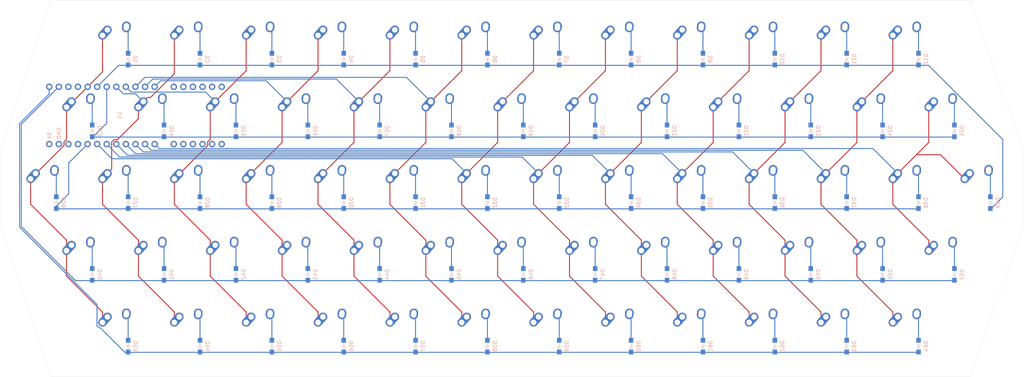
<source format=kicad_pcb>
(kicad_pcb (version 20171130) (host pcbnew "(5.1.4)-1")
  (layers (0 F.Cu signal) (31 B.Cu signal) (34 B.Paste user) (35 F.Paste user) (36 B.SilkS user) (37 F.SilkS user) (38 B.Mask user) (39 F.Mask user) (44 Edge.Cuts user))
  (net 0 "")
  (net 1 "Net-(D1-Pad2)")
  (net 2 "Net-(D2-Pad2)")
  (net 3 "Net-(D3-Pad2)")
  (net 4 "Net-(D4-Pad2)")
  (net 5 "Net-(D5-Pad2)")
  (net 6 "Net-(D6-Pad2)")
  (net 7 "Net-(D7-Pad2)")
  (net 8 "Net-(D8-Pad2)")
  (net 9 "Net-(D9-Pad2)")
  (net 10 "Net-(D10-Pad2)")
  (net 11 "Net-(D11-Pad2)")
  (net 12 "Net-(D12-Pad2)")
  (net 13 "Net-(D13-Pad2)")
  (net 14 "Net-(D14-Pad2)")
  (net 15 "Net-(D15-Pad2)")
  (net 16 "Net-(D16-Pad2)")
  (net 17 "Net-(D17-Pad2)")
  (net 18 "Net-(D18-Pad2)")
  (net 19 "Net-(D19-Pad2)")
  (net 20 "Net-(D20-Pad2)")
  (net 21 "Net-(D21-Pad2)")
  (net 22 "Net-(D22-Pad2)")
  (net 23 "Net-(D23-Pad2)")
  (net 24 "Net-(D24-Pad2)")
  (net 25 "Net-(D25-Pad2)")
  (net 26 "Net-(D26-Pad2)")
  (net 27 "Net-(D27-Pad2)")
  (net 28 "Net-(D28-Pad2)")
  (net 29 "Net-(D29-Pad2)")
  (net 30 "Net-(D30-Pad2)")
  (net 31 "Net-(D31-Pad2)")
  (net 32 "Net-(D32-Pad2)")
  (net 33 "Net-(D33-Pad2)")
  (net 34 "Net-(D34-Pad2)")
  (net 35 "Net-(D35-Pad2)")
  (net 36 "Net-(D36-Pad2)")
  (net 37 "Net-(D37-Pad2)")
  (net 38 "Net-(D38-Pad2)")
  (net 39 "Net-(D39-Pad2)")
  (net 40 "Net-(D40-Pad2)")
  (net 41 "Net-(D41-Pad2)")
  (net 42 "Net-(D42-Pad2)")
  (net 43 "Net-(D43-Pad2)")
  (net 44 "Net-(D44-Pad2)")
  (net 45 "Net-(D45-Pad2)")
  (net 46 "Net-(D46-Pad2)")
  (net 47 "Net-(D47-Pad2)")
  (net 48 "Net-(D48-Pad2)")
  (net 49 "Net-(D49-Pad2)")
  (net 50 "Net-(D50-Pad2)")
  (net 51 "Net-(D51-Pad2)")
  (net 52 "Net-(D52-Pad2)")
  (net 53 "Net-(D53-Pad2)")
  (net 54 "Net-(D54-Pad2)")
  (net 55 "Net-(D55-Pad2)")
  (net 56 "Net-(D56-Pad2)")
  (net 57 "Net-(D57-Pad2)")
  (net 58 "Net-(D58-Pad2)")
  (net 59 "Net-(D59-Pad2)")
  (net 60 "Net-(D60-Pad2)")
  (net 61 "Net-(D61-Pad2)")
  (net 62 "Net-(D62-Pad2)")
  (net 63 "Net-(D63-Pad2)")
  (net 64 "Net-(D64-Pad2)")
  (net 65 "Net-(U1-PadRST)")
  (net 66 "Net-(U1-Pad3.3V)")
  (net 67 "Net-(U1-PadDFU)")
  (net 68 "Net-(U1-PadGND)")
  (net 69 "Net-(U1-Pad5V)")
  (net 70 ROW0)
  (net 71 ROW1)
  (net 72 ROW2)
  (net 73 ROW3)
  (net 74 ROW4)
  (net 75 COL0)
  (net 76 COL1)
  (net 77 COL2)
  (net 78 COL3)
  (net 79 COL4)
  (net 80 COL5)
  (net 81 COL6)
  (net 82 COL7)
  (net 83 COL8)
  (net 84 COL9)
  (net 85 COL10)
  (net 86 COL11)
  (net 87 COL12)
  (net 88 "Net-(U1-PadA13)")
  (net 89 "Net-(U1-PadB12)")
  (net 90 "Net-(U1-PadA14)")
  (net 91 "Net-(U1-PadB10)")
  (net 92 "Net-(U1-PadB11)")
  (net 93 "Net-(U1-PadA4)")
  (net 94 "Net-(U1-PadA15)")
  (net 95 "Net-(U1-PadA6)")
  (net 96 "Net-(U1-PadA8)")
  (net 97 "Net-(U1-PadA7)")
  (net 98 "Net-(U1-PadA5)")
  (module MountingHole:MountingHole_2.5mm (layer F.Cu) (at 148.43125 89.69375)
    (fp_text reference "" (at 0 -3.5) (layer F.SilkS))
    (fp_text value MountingHole_2.5mm)
    (pad 1 np_thru_hole circle (at 0 0) (size 2.5 2.5) (drill 2.5) (layers *.Cu *.Mask))
  )
  (module random-keyboard-parts:proton_c_holes_only (layer B.Cu) (at 40.98125 70.30625 270)
    (fp_text reference U1 (at 0.01 -3.39 270) (layer B.SilkS) (effects (justify mirror)))
    (fp_text value proton_c)
    (fp_text user GND (at 6.35 12.7 90) (layer B.SilkS) (effects (justify right mirror)))
    (fp_text user 5V (at 6.35 15.24 90) (layer B.SilkS) (effects (justify right mirror)))
    (pad RST thru_hole circle (at 7.615 -30.47 270) (size 1.7 1.7) (drill 1) (layers *.Cu *.Mask) (net 65 "Net-(U1-PadRST)"))
    (pad A13 thru_hole circle (at 7.615 -27.93 270) (size 1.7 1.7) (drill 1) (layers *.Cu *.Mask) (net 88 "Net-(U1-PadA13)"))
    (pad B12 thru_hole circle (at 7.615 -22.85 270) (size 1.7 1.7) (drill 1) (layers *.Cu *.Mask) (net 89 "Net-(U1-PadB12)"))
    (pad A14 thru_hole circle (at 7.615 -25.39 270) (size 1.7 1.7) (drill 1) (layers *.Cu *.Mask) (net 90 "Net-(U1-PadA14)"))
    (pad B10 thru_hole circle (at 7.615 -17.77 270) (size 1.7 1.7) (drill 1) (layers *.Cu *.Mask) (net 91 "Net-(U1-PadB10)"))
    (pad B11 thru_hole circle (at 7.615 -20.31 270) (size 1.7 1.7) (drill 1) (layers *.Cu *.Mask) (net 92 "Net-(U1-PadB11)"))
    (pad B9 thru_hole circle (at 7.615 -12.69 270) (size 1.7 1.7) (drill 1) (layers *.Cu *.Mask) (net 87 COL12))
    (pad B13 thru_hole circle (at 7.615 -5.07 270) (size 1.7 1.7) (drill 1) (layers *.Cu *.Mask) (net 84 COL9))
    (pad B15 thru_hole circle (at 7.615 -10.15 270) (size 1.7 1.7) (drill 1) (layers *.Cu *.Mask) (net 86 COL11))
    (pad B14 thru_hole circle (at 7.615 -7.61 270) (size 1.7 1.7) (drill 1) (layers *.Cu *.Mask) (net 85 COL10))
    (pad B8 thru_hole circle (at 7.615 -2.53 270) (size 1.7 1.7) (drill 1) (layers *.Cu *.Mask) (net 83 COL8))
    (pad A0 thru_hole circle (at 7.615 0.01 270) (size 1.7 1.7) (drill 1) (layers *.Cu *.Mask) (net 82 COL7))
    (pad A1 thru_hole circle (at 7.615 2.55 270) (size 1.7 1.7) (drill 1) (layers *.Cu *.Mask) (net 81 COL6))
    (pad 3.3V thru_hole circle (at 7.615 7.63 270) (size 1.7 1.7) (drill 1) (layers *.Cu *.Mask) (net 66 "Net-(U1-Pad3.3V)"))
    (pad A2 thru_hole circle (at 7.615 5.09 270) (size 1.7 1.7) (drill 1) (layers *.Cu *.Mask) (net 72 ROW2))
    (pad DFU thru_hole circle (at 7.615 10.17 270) (size 1.7 1.7) (drill 1) (layers *.Cu *.Mask) (net 67 "Net-(U1-PadDFU)"))
    (pad GND thru_hole circle (at 7.615 12.71 270) (size 1.7 1.7) (drill 1) (layers *.Cu *.Mask) (net 68 "Net-(U1-PadGND)"))
    (pad A4 thru_hole circle (at -7.6 -17.77 270) (size 1.7 1.7) (drill 1) (layers *.Cu *.Mask) (net 93 "Net-(U1-PadA4)"))
    (pad A15 thru_hole circle (at -7.6 -30.47 270) (size 1.7 1.7) (drill 1) (layers *.Cu *.Mask) (net 94 "Net-(U1-PadA15)"))
    (pad A6 thru_hole circle (at -7.6 -22.85 270) (size 1.7 1.7) (drill 1) (layers *.Cu *.Mask) (net 95 "Net-(U1-PadA6)"))
    (pad A8 thru_hole circle (at -7.6 -27.93 270) (size 1.7 1.7) (drill 1) (layers *.Cu *.Mask) (net 96 "Net-(U1-PadA8)"))
    (pad A7 thru_hole circle (at -7.6 -25.39 270) (size 1.7 1.7) (drill 1) (layers *.Cu *.Mask) (net 97 "Net-(U1-PadA7)"))
    (pad A5 thru_hole circle (at -7.6 -20.31 270) (size 1.7 1.7) (drill 1) (layers *.Cu *.Mask) (net 98 "Net-(U1-PadA5)"))
    (pad B0 thru_hole circle (at -7.6 -12.69 270) (size 1.7 1.7) (drill 1) (layers *.Cu *.Mask) (net 78 COL3))
    (pad B1 thru_hole circle (at -7.6 -10.15 270) (size 1.7 1.7) (drill 1) (layers *.Cu *.Mask) (net 79 COL4))
    (pad B2 thru_hole circle (at -7.6 -7.61 270) (size 1.7 1.7) (drill 1) (layers *.Cu *.Mask) (net 80 COL5))
    (pad B3 thru_hole circle (at -7.6 -5.07 270) (size 1.7 1.7) (drill 1) (layers *.Cu *.Mask) (net 77 COL2))
    (pad B4 thru_hole circle (at -7.6 -2.53 270) (size 1.7 1.7) (drill 1) (layers *.Cu *.Mask) (net 76 COL1))
    (pad B5 thru_hole circle (at -7.6 0.01 270) (size 1.7 1.7) (drill 1) (layers *.Cu *.Mask) (net 71 ROW1))
    (pad B6 thru_hole circle (at -7.6 2.55 270) (size 1.7 1.7) (drill 1) (layers *.Cu *.Mask) (net 70 ROW0))
    (pad B7 thru_hole circle (at -7.6 5.09 270) (size 1.7 1.7) (drill 1) (layers *.Cu *.Mask) (net 75 COL0))
    (pad GND thru_hole circle (at -7.6 7.63 270) (size 1.7 1.7) (drill 1) (layers *.Cu *.Mask) (net 68 "Net-(U1-PadGND)"))
    (pad GND thru_hole circle (at -7.6 10.17 270) (size 1.7 1.7) (drill 1) (layers *.Cu *.Mask) (net 68 "Net-(U1-PadGND)"))
    (pad A9 thru_hole circle (at -7.6 15.25 270) (size 1.7 1.7) (drill 1) (layers *.Cu *.Mask) (net 74 ROW4))
    (pad A10 thru_hole circle (at -7.6 12.71 270) (size 1.7 1.7) (drill 1) (layers *.Cu *.Mask) (net 73 ROW3))
    (pad 5V thru_hole circle (at 7.615 15.25 270) (size 1.7 1.7) (drill 1) (layers *.Cu *.Mask) (net 69 "Net-(U1-Pad5V)"))
  )
  (module MountingHole:MountingHole_2.5mm (layer F.Cu) (at 100.80625 108.74375)
    (fp_text reference "" (at 0 -3.5) (layer F.SilkS))
    (fp_text value MountingHole_2.5mm)
    (pad 1 np_thru_hole circle (at 0 0) (size 2.5 2.5) (drill 2.5) (layers *.Cu *.Mask))
  )
  (module MountingHole:MountingHole_2.5mm (layer F.Cu) (at 100.80625 70.64375)
    (fp_text reference "" (at 0 -3.5) (layer F.SilkS))
    (fp_text value MountingHole_2.5mm)
    (pad 1 np_thru_hole circle (at 0 0) (size 2.5 2.5) (drill 2.5) (layers *.Cu *.Mask))
  )
  (module MountingHole:MountingHole_2.5mm (layer F.Cu) (at 196.05625 108.74375)
    (fp_text reference "" (at 0 -3.5) (layer F.SilkS))
    (fp_text value MountingHole_2.5mm)
    (pad 1 np_thru_hole circle (at 0 0) (size 2.5 2.5) (drill 2.5) (layers *.Cu *.Mask))
  )
  (module MountingHole:MountingHole_2.5mm (layer F.Cu) (at 196.05625 70.64375)
    (fp_text reference "" (at 0 -3.5) (layer F.SilkS))
    (fp_text value MountingHole_2.5mm)
    (pad 1 np_thru_hole circle (at 0 0) (size 2.5 2.5) (drill 2.5) (layers *.Cu *.Mask))
  )
  (module MountingHole:MountingHole_2.5mm (layer F.Cu) (at 148.43125 127.79375)
    (fp_text reference "" (at 0 -3.5) (layer F.SilkS))
    (fp_text value MountingHole_2.5mm)
    (pad 1 np_thru_hole circle (at 0 0) (size 2.5 2.5) (drill 2.5) (layers *.Cu *.Mask))
  )
  (module MountingHole:MountingHole_2.5mm (layer F.Cu) (at 148.43125 51.59375)
    (fp_text reference "" (at 0 -3.5) (layer F.SilkS))
    (fp_text value MountingHole_2.5mm)
    (pad 1 np_thru_hole circle (at 0 0) (size 2.5 2.5) (drill 2.5) (layers *.Cu *.Mask))
  )
  (module MountingHole:MountingHole_2.5mm (layer F.Cu) (at 262.73125 51.59375)
    (fp_text reference "" (at 0 -3.5) (layer F.SilkS))
    (fp_text value MountingHole_2.5mm)
    (pad 1 np_thru_hole circle (at 0 0) (size 2.5 2.5) (drill 2.5) (layers *.Cu *.Mask))
  )
  (module MountingHole:MountingHole_2.5mm (layer F.Cu) (at 262.73125 89.69375)
    (fp_text reference "" (at 0 -3.5) (layer F.SilkS))
    (fp_text value MountingHole_2.5mm)
    (pad 1 np_thru_hole circle (at 0 0) (size 2.5 2.5) (drill 2.5) (layers *.Cu *.Mask))
  )
  (module MountingHole:MountingHole_2.5mm (layer F.Cu) (at 262.73125 127.79375)
    (fp_text reference "" (at 0 -3.5) (layer F.SilkS))
    (fp_text value MountingHole_2.5mm)
    (pad 1 np_thru_hole circle (at 0 0) (size 2.5 2.5) (drill 2.5) (layers *.Cu *.Mask))
  )
  (module MountingHole:MountingHole_2.5mm (layer F.Cu) (at 34.13125 127.79375)
    (fp_text reference "" (at 0 -3.5) (layer F.SilkS))
    (fp_text value MountingHole_2.5mm)
    (pad 1 np_thru_hole circle (at 0 0) (size 2.5 2.5) (drill 2.5) (layers *.Cu *.Mask))
  )
  (module MountingHole:MountingHole_2.5mm (layer F.Cu) (at 34.13125 51.59375)
    (fp_text reference "" (at 0 -3.5) (layer F.SilkS))
    (fp_text value MountingHole_2.5mm)
    (pad 1 np_thru_hole circle (at 0 0) (size 2.5 2.5) (drill 2.5) (layers *.Cu *.Mask))
  )
  (module MountingHole:MountingHole_2.5mm (layer F.Cu) (at 34.13125 89.69375)
    (fp_text reference "" (at 0 -3.5) (layer F.SilkS))
    (fp_text value MountingHole_2.5mm)
    (pad 1 np_thru_hole circle (at 0 0) (size 2.5 2.5) (drill 2.5) (layers *.Cu *.Mask))
  )
  (module MX_Alps_Hybrid:MX-1U-NoLED (layer F.Cu) (at 43.65625 51.59375)
    (fp_text reference MX1)
    (fp_text value MX-NoLED)
    (pad "" np_thru_hole circle (at 5.08 0 48.0996) (size 1.75 1.75) (drill 1.75) (layers *.Cu *.Mask))
    (pad "" np_thru_hole circle (at -5.08 0 48.0996) (size 1.75 1.75) (drill 1.75) (layers *.Cu *.Mask))
    (pad 1 thru_hole circle (at -2.5 -4) (size 2.25 2.25) (drill 1.47) (layers *.Cu B.Mask) (net 75 COL0))
    (pad "" np_thru_hole circle (at 0 0) (size 3.9878 3.9878) (drill 3.9878) (layers *.Cu *.Mask))
    (pad 1 thru_hole oval (at -3.81 -2.54 48.0996) (size 4.211556 2.25) (drill 1.47 (offset 0.980778 0)) (layers *.Cu B.Mask) (net 75 COL0))
    (pad 2 thru_hole circle (at 2.54 -5.08) (size 2.25 2.25) (drill 1.47) (layers *.Cu B.Mask) (net 1 "Net-(D1-Pad2)"))
    (pad 2 thru_hole oval (at 2.5 -4.5 86.0548) (size 2.831378 2.25) (drill 1.47 (offset 0.290689 0)) (layers *.Cu B.Mask) (net 1 "Net-(D1-Pad2)"))
  )
  (module MX_Alps_Hybrid:MX-1U-NoLED (layer F.Cu) (at 62.70625 51.59375)
    (fp_text reference MX2)
    (fp_text value MX-NoLED)
    (pad "" np_thru_hole circle (at 5.08 0 48.0996) (size 1.75 1.75) (drill 1.75) (layers *.Cu *.Mask))
    (pad "" np_thru_hole circle (at -5.08 0 48.0996) (size 1.75 1.75) (drill 1.75) (layers *.Cu *.Mask))
    (pad 1 thru_hole circle (at -2.5 -4) (size 2.25 2.25) (drill 1.47) (layers *.Cu B.Mask) (net 76 COL1))
    (pad "" np_thru_hole circle (at 0 0) (size 3.9878 3.9878) (drill 3.9878) (layers *.Cu *.Mask))
    (pad 1 thru_hole oval (at -3.81 -2.54 48.0996) (size 4.211556 2.25) (drill 1.47 (offset 0.980778 0)) (layers *.Cu B.Mask) (net 76 COL1))
    (pad 2 thru_hole circle (at 2.54 -5.08) (size 2.25 2.25) (drill 1.47) (layers *.Cu B.Mask) (net 2 "Net-(D2-Pad2)"))
    (pad 2 thru_hole oval (at 2.5 -4.5 86.0548) (size 2.831378 2.25) (drill 1.47 (offset 0.290689 0)) (layers *.Cu B.Mask) (net 2 "Net-(D2-Pad2)"))
  )
  (module MX_Alps_Hybrid:MX-1U-NoLED (layer F.Cu) (at 81.75625 51.59375)
    (fp_text reference MX3)
    (fp_text value MX-NoLED)
    (pad "" np_thru_hole circle (at 5.08 0 48.0996) (size 1.75 1.75) (drill 1.75) (layers *.Cu *.Mask))
    (pad "" np_thru_hole circle (at -5.08 0 48.0996) (size 1.75 1.75) (drill 1.75) (layers *.Cu *.Mask))
    (pad 1 thru_hole circle (at -2.5 -4) (size 2.25 2.25) (drill 1.47) (layers *.Cu B.Mask) (net 77 COL2))
    (pad "" np_thru_hole circle (at 0 0) (size 3.9878 3.9878) (drill 3.9878) (layers *.Cu *.Mask))
    (pad 1 thru_hole oval (at -3.81 -2.54 48.0996) (size 4.211556 2.25) (drill 1.47 (offset 0.980778 0)) (layers *.Cu B.Mask) (net 77 COL2))
    (pad 2 thru_hole circle (at 2.54 -5.08) (size 2.25 2.25) (drill 1.47) (layers *.Cu B.Mask) (net 3 "Net-(D3-Pad2)"))
    (pad 2 thru_hole oval (at 2.5 -4.5 86.0548) (size 2.831378 2.25) (drill 1.47 (offset 0.290689 0)) (layers *.Cu B.Mask) (net 3 "Net-(D3-Pad2)"))
  )
  (module MX_Alps_Hybrid:MX-1U-NoLED (layer F.Cu) (at 100.80625 51.59375)
    (fp_text reference MX4)
    (fp_text value MX-NoLED)
    (pad "" np_thru_hole circle (at 5.08 0 48.0996) (size 1.75 1.75) (drill 1.75) (layers *.Cu *.Mask))
    (pad "" np_thru_hole circle (at -5.08 0 48.0996) (size 1.75 1.75) (drill 1.75) (layers *.Cu *.Mask))
    (pad 1 thru_hole circle (at -2.5 -4) (size 2.25 2.25) (drill 1.47) (layers *.Cu B.Mask) (net 78 COL3))
    (pad "" np_thru_hole circle (at 0 0) (size 3.9878 3.9878) (drill 3.9878) (layers *.Cu *.Mask))
    (pad 1 thru_hole oval (at -3.81 -2.54 48.0996) (size 4.211556 2.25) (drill 1.47 (offset 0.980778 0)) (layers *.Cu B.Mask) (net 78 COL3))
    (pad 2 thru_hole circle (at 2.54 -5.08) (size 2.25 2.25) (drill 1.47) (layers *.Cu B.Mask) (net 4 "Net-(D4-Pad2)"))
    (pad 2 thru_hole oval (at 2.5 -4.5 86.0548) (size 2.831378 2.25) (drill 1.47 (offset 0.290689 0)) (layers *.Cu B.Mask) (net 4 "Net-(D4-Pad2)"))
  )
  (module MX_Alps_Hybrid:MX-1U-NoLED (layer F.Cu) (at 119.85625 51.59375)
    (fp_text reference MX5)
    (fp_text value MX-NoLED)
    (pad "" np_thru_hole circle (at 5.08 0 48.0996) (size 1.75 1.75) (drill 1.75) (layers *.Cu *.Mask))
    (pad "" np_thru_hole circle (at -5.08 0 48.0996) (size 1.75 1.75) (drill 1.75) (layers *.Cu *.Mask))
    (pad 1 thru_hole circle (at -2.5 -4) (size 2.25 2.25) (drill 1.47) (layers *.Cu B.Mask) (net 79 COL4))
    (pad "" np_thru_hole circle (at 0 0) (size 3.9878 3.9878) (drill 3.9878) (layers *.Cu *.Mask))
    (pad 1 thru_hole oval (at -3.81 -2.54 48.0996) (size 4.211556 2.25) (drill 1.47 (offset 0.980778 0)) (layers *.Cu B.Mask) (net 79 COL4))
    (pad 2 thru_hole circle (at 2.54 -5.08) (size 2.25 2.25) (drill 1.47) (layers *.Cu B.Mask) (net 5 "Net-(D5-Pad2)"))
    (pad 2 thru_hole oval (at 2.5 -4.5 86.0548) (size 2.831378 2.25) (drill 1.47 (offset 0.290689 0)) (layers *.Cu B.Mask) (net 5 "Net-(D5-Pad2)"))
  )
  (module MX_Alps_Hybrid:MX-1U-NoLED (layer F.Cu) (at 138.90625 51.59375)
    (fp_text reference MX6)
    (fp_text value MX-NoLED)
    (pad "" np_thru_hole circle (at 5.08 0 48.0996) (size 1.75 1.75) (drill 1.75) (layers *.Cu *.Mask))
    (pad "" np_thru_hole circle (at -5.08 0 48.0996) (size 1.75 1.75) (drill 1.75) (layers *.Cu *.Mask))
    (pad 1 thru_hole circle (at -2.5 -4) (size 2.25 2.25) (drill 1.47) (layers *.Cu B.Mask) (net 80 COL5))
    (pad "" np_thru_hole circle (at 0 0) (size 3.9878 3.9878) (drill 3.9878) (layers *.Cu *.Mask))
    (pad 1 thru_hole oval (at -3.81 -2.54 48.0996) (size 4.211556 2.25) (drill 1.47 (offset 0.980778 0)) (layers *.Cu B.Mask) (net 80 COL5))
    (pad 2 thru_hole circle (at 2.54 -5.08) (size 2.25 2.25) (drill 1.47) (layers *.Cu B.Mask) (net 6 "Net-(D6-Pad2)"))
    (pad 2 thru_hole oval (at 2.5 -4.5 86.0548) (size 2.831378 2.25) (drill 1.47 (offset 0.290689 0)) (layers *.Cu B.Mask) (net 6 "Net-(D6-Pad2)"))
  )
  (module MX_Alps_Hybrid:MX-1U-NoLED (layer F.Cu) (at 157.95625 51.59375)
    (fp_text reference MX7)
    (fp_text value MX-NoLED)
    (pad "" np_thru_hole circle (at 5.08 0 48.0996) (size 1.75 1.75) (drill 1.75) (layers *.Cu *.Mask))
    (pad "" np_thru_hole circle (at -5.08 0 48.0996) (size 1.75 1.75) (drill 1.75) (layers *.Cu *.Mask))
    (pad 1 thru_hole circle (at -2.5 -4) (size 2.25 2.25) (drill 1.47) (layers *.Cu B.Mask) (net 81 COL6))
    (pad "" np_thru_hole circle (at 0 0) (size 3.9878 3.9878) (drill 3.9878) (layers *.Cu *.Mask))
    (pad 1 thru_hole oval (at -3.81 -2.54 48.0996) (size 4.211556 2.25) (drill 1.47 (offset 0.980778 0)) (layers *.Cu B.Mask) (net 81 COL6))
    (pad 2 thru_hole circle (at 2.54 -5.08) (size 2.25 2.25) (drill 1.47) (layers *.Cu B.Mask) (net 7 "Net-(D7-Pad2)"))
    (pad 2 thru_hole oval (at 2.5 -4.5 86.0548) (size 2.831378 2.25) (drill 1.47 (offset 0.290689 0)) (layers *.Cu B.Mask) (net 7 "Net-(D7-Pad2)"))
  )
  (module MX_Alps_Hybrid:MX-1U-NoLED (layer F.Cu) (at 177.00625 51.59375)
    (fp_text reference MX8)
    (fp_text value MX-NoLED)
    (pad "" np_thru_hole circle (at 5.08 0 48.0996) (size 1.75 1.75) (drill 1.75) (layers *.Cu *.Mask))
    (pad "" np_thru_hole circle (at -5.08 0 48.0996) (size 1.75 1.75) (drill 1.75) (layers *.Cu *.Mask))
    (pad 1 thru_hole circle (at -2.5 -4) (size 2.25 2.25) (drill 1.47) (layers *.Cu B.Mask) (net 82 COL7))
    (pad "" np_thru_hole circle (at 0 0) (size 3.9878 3.9878) (drill 3.9878) (layers *.Cu *.Mask))
    (pad 1 thru_hole oval (at -3.81 -2.54 48.0996) (size 4.211556 2.25) (drill 1.47 (offset 0.980778 0)) (layers *.Cu B.Mask) (net 82 COL7))
    (pad 2 thru_hole circle (at 2.54 -5.08) (size 2.25 2.25) (drill 1.47) (layers *.Cu B.Mask) (net 8 "Net-(D8-Pad2)"))
    (pad 2 thru_hole oval (at 2.5 -4.5 86.0548) (size 2.831378 2.25) (drill 1.47 (offset 0.290689 0)) (layers *.Cu B.Mask) (net 8 "Net-(D8-Pad2)"))
  )
  (module MX_Alps_Hybrid:MX-1U-NoLED (layer F.Cu) (at 196.05625 51.59375)
    (fp_text reference MX9)
    (fp_text value MX-NoLED)
    (pad "" np_thru_hole circle (at 5.08 0 48.0996) (size 1.75 1.75) (drill 1.75) (layers *.Cu *.Mask))
    (pad "" np_thru_hole circle (at -5.08 0 48.0996) (size 1.75 1.75) (drill 1.75) (layers *.Cu *.Mask))
    (pad 1 thru_hole circle (at -2.5 -4) (size 2.25 2.25) (drill 1.47) (layers *.Cu B.Mask) (net 83 COL8))
    (pad "" np_thru_hole circle (at 0 0) (size 3.9878 3.9878) (drill 3.9878) (layers *.Cu *.Mask))
    (pad 1 thru_hole oval (at -3.81 -2.54 48.0996) (size 4.211556 2.25) (drill 1.47 (offset 0.980778 0)) (layers *.Cu B.Mask) (net 83 COL8))
    (pad 2 thru_hole circle (at 2.54 -5.08) (size 2.25 2.25) (drill 1.47) (layers *.Cu B.Mask) (net 9 "Net-(D9-Pad2)"))
    (pad 2 thru_hole oval (at 2.5 -4.5 86.0548) (size 2.831378 2.25) (drill 1.47 (offset 0.290689 0)) (layers *.Cu B.Mask) (net 9 "Net-(D9-Pad2)"))
  )
  (module MX_Alps_Hybrid:MX-1U-NoLED (layer F.Cu) (at 215.10625 51.59375)
    (fp_text reference MX10)
    (fp_text value MX-NoLED)
    (pad "" np_thru_hole circle (at 5.08 0 48.0996) (size 1.75 1.75) (drill 1.75) (layers *.Cu *.Mask))
    (pad "" np_thru_hole circle (at -5.08 0 48.0996) (size 1.75 1.75) (drill 1.75) (layers *.Cu *.Mask))
    (pad 1 thru_hole circle (at -2.5 -4) (size 2.25 2.25) (drill 1.47) (layers *.Cu B.Mask) (net 84 COL9))
    (pad "" np_thru_hole circle (at 0 0) (size 3.9878 3.9878) (drill 3.9878) (layers *.Cu *.Mask))
    (pad 1 thru_hole oval (at -3.81 -2.54 48.0996) (size 4.211556 2.25) (drill 1.47 (offset 0.980778 0)) (layers *.Cu B.Mask) (net 84 COL9))
    (pad 2 thru_hole circle (at 2.54 -5.08) (size 2.25 2.25) (drill 1.47) (layers *.Cu B.Mask) (net 10 "Net-(D10-Pad2)"))
    (pad 2 thru_hole oval (at 2.5 -4.5 86.0548) (size 2.831378 2.25) (drill 1.47 (offset 0.290689 0)) (layers *.Cu B.Mask) (net 10 "Net-(D10-Pad2)"))
  )
  (module MX_Alps_Hybrid:MX-1U-NoLED (layer F.Cu) (at 234.15625 51.59375)
    (fp_text reference MX11)
    (fp_text value MX-NoLED)
    (pad "" np_thru_hole circle (at 5.08 0 48.0996) (size 1.75 1.75) (drill 1.75) (layers *.Cu *.Mask))
    (pad "" np_thru_hole circle (at -5.08 0 48.0996) (size 1.75 1.75) (drill 1.75) (layers *.Cu *.Mask))
    (pad 1 thru_hole circle (at -2.5 -4) (size 2.25 2.25) (drill 1.47) (layers *.Cu B.Mask) (net 85 COL10))
    (pad "" np_thru_hole circle (at 0 0) (size 3.9878 3.9878) (drill 3.9878) (layers *.Cu *.Mask))
    (pad 1 thru_hole oval (at -3.81 -2.54 48.0996) (size 4.211556 2.25) (drill 1.47 (offset 0.980778 0)) (layers *.Cu B.Mask) (net 85 COL10))
    (pad 2 thru_hole circle (at 2.54 -5.08) (size 2.25 2.25) (drill 1.47) (layers *.Cu B.Mask) (net 11 "Net-(D11-Pad2)"))
    (pad 2 thru_hole oval (at 2.5 -4.5 86.0548) (size 2.831378 2.25) (drill 1.47 (offset 0.290689 0)) (layers *.Cu B.Mask) (net 11 "Net-(D11-Pad2)"))
  )
  (module MX_Alps_Hybrid:MX-1U-NoLED (layer F.Cu) (at 253.20625 51.59375)
    (fp_text reference MX12)
    (fp_text value MX-NoLED)
    (pad "" np_thru_hole circle (at 5.08 0 48.0996) (size 1.75 1.75) (drill 1.75) (layers *.Cu *.Mask))
    (pad "" np_thru_hole circle (at -5.08 0 48.0996) (size 1.75 1.75) (drill 1.75) (layers *.Cu *.Mask))
    (pad 1 thru_hole circle (at -2.5 -4) (size 2.25 2.25) (drill 1.47) (layers *.Cu B.Mask) (net 86 COL11))
    (pad "" np_thru_hole circle (at 0 0) (size 3.9878 3.9878) (drill 3.9878) (layers *.Cu *.Mask))
    (pad 1 thru_hole oval (at -3.81 -2.54 48.0996) (size 4.211556 2.25) (drill 1.47 (offset 0.980778 0)) (layers *.Cu B.Mask) (net 86 COL11))
    (pad 2 thru_hole circle (at 2.54 -5.08) (size 2.25 2.25) (drill 1.47) (layers *.Cu B.Mask) (net 12 "Net-(D12-Pad2)"))
    (pad 2 thru_hole oval (at 2.5 -4.5 86.0548) (size 2.831378 2.25) (drill 1.47 (offset 0.290689 0)) (layers *.Cu B.Mask) (net 12 "Net-(D12-Pad2)"))
  )
  (module MX_Alps_Hybrid:MX-1U-NoLED (layer F.Cu) (at 34.13125 70.64375)
    (fp_text reference MX13)
    (fp_text value MX-NoLED)
    (pad "" np_thru_hole circle (at 5.08 0 48.0996) (size 1.75 1.75) (drill 1.75) (layers *.Cu *.Mask))
    (pad "" np_thru_hole circle (at -5.08 0 48.0996) (size 1.75 1.75) (drill 1.75) (layers *.Cu *.Mask))
    (pad 1 thru_hole circle (at -2.5 -4) (size 2.25 2.25) (drill 1.47) (layers *.Cu B.Mask) (net 75 COL0))
    (pad "" np_thru_hole circle (at 0 0) (size 3.9878 3.9878) (drill 3.9878) (layers *.Cu *.Mask))
    (pad 1 thru_hole oval (at -3.81 -2.54 48.0996) (size 4.211556 2.25) (drill 1.47 (offset 0.980778 0)) (layers *.Cu B.Mask) (net 75 COL0))
    (pad 2 thru_hole circle (at 2.54 -5.08) (size 2.25 2.25) (drill 1.47) (layers *.Cu B.Mask) (net 13 "Net-(D13-Pad2)"))
    (pad 2 thru_hole oval (at 2.5 -4.5 86.0548) (size 2.831378 2.25) (drill 1.47 (offset 0.290689 0)) (layers *.Cu B.Mask) (net 13 "Net-(D13-Pad2)"))
  )
  (module MX_Alps_Hybrid:MX-1U-NoLED (layer F.Cu) (at 53.18125 70.64375)
    (fp_text reference MX14)
    (fp_text value MX-NoLED)
    (pad "" np_thru_hole circle (at 5.08 0 48.0996) (size 1.75 1.75) (drill 1.75) (layers *.Cu *.Mask))
    (pad "" np_thru_hole circle (at -5.08 0 48.0996) (size 1.75 1.75) (drill 1.75) (layers *.Cu *.Mask))
    (pad 1 thru_hole circle (at -2.5 -4) (size 2.25 2.25) (drill 1.47) (layers *.Cu B.Mask) (net 76 COL1))
    (pad "" np_thru_hole circle (at 0 0) (size 3.9878 3.9878) (drill 3.9878) (layers *.Cu *.Mask))
    (pad 1 thru_hole oval (at -3.81 -2.54 48.0996) (size 4.211556 2.25) (drill 1.47 (offset 0.980778 0)) (layers *.Cu B.Mask) (net 76 COL1))
    (pad 2 thru_hole circle (at 2.54 -5.08) (size 2.25 2.25) (drill 1.47) (layers *.Cu B.Mask) (net 14 "Net-(D14-Pad2)"))
    (pad 2 thru_hole oval (at 2.5 -4.5 86.0548) (size 2.831378 2.25) (drill 1.47 (offset 0.290689 0)) (layers *.Cu B.Mask) (net 14 "Net-(D14-Pad2)"))
  )
  (module MX_Alps_Hybrid:MX-1U-NoLED (layer F.Cu) (at 72.23125 70.64375)
    (fp_text reference MX15)
    (fp_text value MX-NoLED)
    (pad "" np_thru_hole circle (at 5.08 0 48.0996) (size 1.75 1.75) (drill 1.75) (layers *.Cu *.Mask))
    (pad "" np_thru_hole circle (at -5.08 0 48.0996) (size 1.75 1.75) (drill 1.75) (layers *.Cu *.Mask))
    (pad 1 thru_hole circle (at -2.5 -4) (size 2.25 2.25) (drill 1.47) (layers *.Cu B.Mask) (net 77 COL2))
    (pad "" np_thru_hole circle (at 0 0) (size 3.9878 3.9878) (drill 3.9878) (layers *.Cu *.Mask))
    (pad 1 thru_hole oval (at -3.81 -2.54 48.0996) (size 4.211556 2.25) (drill 1.47 (offset 0.980778 0)) (layers *.Cu B.Mask) (net 77 COL2))
    (pad 2 thru_hole circle (at 2.54 -5.08) (size 2.25 2.25) (drill 1.47) (layers *.Cu B.Mask) (net 15 "Net-(D15-Pad2)"))
    (pad 2 thru_hole oval (at 2.5 -4.5 86.0548) (size 2.831378 2.25) (drill 1.47 (offset 0.290689 0)) (layers *.Cu B.Mask) (net 15 "Net-(D15-Pad2)"))
  )
  (module MX_Alps_Hybrid:MX-1U-NoLED (layer F.Cu) (at 91.28125 70.64375)
    (fp_text reference MX16)
    (fp_text value MX-NoLED)
    (pad "" np_thru_hole circle (at 5.08 0 48.0996) (size 1.75 1.75) (drill 1.75) (layers *.Cu *.Mask))
    (pad "" np_thru_hole circle (at -5.08 0 48.0996) (size 1.75 1.75) (drill 1.75) (layers *.Cu *.Mask))
    (pad 1 thru_hole circle (at -2.5 -4) (size 2.25 2.25) (drill 1.47) (layers *.Cu B.Mask) (net 78 COL3))
    (pad "" np_thru_hole circle (at 0 0) (size 3.9878 3.9878) (drill 3.9878) (layers *.Cu *.Mask))
    (pad 1 thru_hole oval (at -3.81 -2.54 48.0996) (size 4.211556 2.25) (drill 1.47 (offset 0.980778 0)) (layers *.Cu B.Mask) (net 78 COL3))
    (pad 2 thru_hole circle (at 2.54 -5.08) (size 2.25 2.25) (drill 1.47) (layers *.Cu B.Mask) (net 16 "Net-(D16-Pad2)"))
    (pad 2 thru_hole oval (at 2.5 -4.5 86.0548) (size 2.831378 2.25) (drill 1.47 (offset 0.290689 0)) (layers *.Cu B.Mask) (net 16 "Net-(D16-Pad2)"))
  )
  (module MX_Alps_Hybrid:MX-1U-NoLED (layer F.Cu) (at 110.33125 70.64375)
    (fp_text reference MX17)
    (fp_text value MX-NoLED)
    (pad "" np_thru_hole circle (at 5.08 0 48.0996) (size 1.75 1.75) (drill 1.75) (layers *.Cu *.Mask))
    (pad "" np_thru_hole circle (at -5.08 0 48.0996) (size 1.75 1.75) (drill 1.75) (layers *.Cu *.Mask))
    (pad 1 thru_hole circle (at -2.5 -4) (size 2.25 2.25) (drill 1.47) (layers *.Cu B.Mask) (net 79 COL4))
    (pad "" np_thru_hole circle (at 0 0) (size 3.9878 3.9878) (drill 3.9878) (layers *.Cu *.Mask))
    (pad 1 thru_hole oval (at -3.81 -2.54 48.0996) (size 4.211556 2.25) (drill 1.47 (offset 0.980778 0)) (layers *.Cu B.Mask) (net 79 COL4))
    (pad 2 thru_hole circle (at 2.54 -5.08) (size 2.25 2.25) (drill 1.47) (layers *.Cu B.Mask) (net 17 "Net-(D17-Pad2)"))
    (pad 2 thru_hole oval (at 2.5 -4.5 86.0548) (size 2.831378 2.25) (drill 1.47 (offset 0.290689 0)) (layers *.Cu B.Mask) (net 17 "Net-(D17-Pad2)"))
  )
  (module MX_Alps_Hybrid:MX-1U-NoLED (layer F.Cu) (at 129.38125 70.64375)
    (fp_text reference MX18)
    (fp_text value MX-NoLED)
    (pad "" np_thru_hole circle (at 5.08 0 48.0996) (size 1.75 1.75) (drill 1.75) (layers *.Cu *.Mask))
    (pad "" np_thru_hole circle (at -5.08 0 48.0996) (size 1.75 1.75) (drill 1.75) (layers *.Cu *.Mask))
    (pad 1 thru_hole circle (at -2.5 -4) (size 2.25 2.25) (drill 1.47) (layers *.Cu B.Mask) (net 80 COL5))
    (pad "" np_thru_hole circle (at 0 0) (size 3.9878 3.9878) (drill 3.9878) (layers *.Cu *.Mask))
    (pad 1 thru_hole oval (at -3.81 -2.54 48.0996) (size 4.211556 2.25) (drill 1.47 (offset 0.980778 0)) (layers *.Cu B.Mask) (net 80 COL5))
    (pad 2 thru_hole circle (at 2.54 -5.08) (size 2.25 2.25) (drill 1.47) (layers *.Cu B.Mask) (net 18 "Net-(D18-Pad2)"))
    (pad 2 thru_hole oval (at 2.5 -4.5 86.0548) (size 2.831378 2.25) (drill 1.47 (offset 0.290689 0)) (layers *.Cu B.Mask) (net 18 "Net-(D18-Pad2)"))
  )
  (module MX_Alps_Hybrid:MX-1U-NoLED (layer F.Cu) (at 148.43125 70.64375)
    (fp_text reference MX19)
    (fp_text value MX-NoLED)
    (pad "" np_thru_hole circle (at 5.08 0 48.0996) (size 1.75 1.75) (drill 1.75) (layers *.Cu *.Mask))
    (pad "" np_thru_hole circle (at -5.08 0 48.0996) (size 1.75 1.75) (drill 1.75) (layers *.Cu *.Mask))
    (pad 1 thru_hole circle (at -2.5 -4) (size 2.25 2.25) (drill 1.47) (layers *.Cu B.Mask) (net 81 COL6))
    (pad "" np_thru_hole circle (at 0 0) (size 3.9878 3.9878) (drill 3.9878) (layers *.Cu *.Mask))
    (pad 1 thru_hole oval (at -3.81 -2.54 48.0996) (size 4.211556 2.25) (drill 1.47 (offset 0.980778 0)) (layers *.Cu B.Mask) (net 81 COL6))
    (pad 2 thru_hole circle (at 2.54 -5.08) (size 2.25 2.25) (drill 1.47) (layers *.Cu B.Mask) (net 19 "Net-(D19-Pad2)"))
    (pad 2 thru_hole oval (at 2.5 -4.5 86.0548) (size 2.831378 2.25) (drill 1.47 (offset 0.290689 0)) (layers *.Cu B.Mask) (net 19 "Net-(D19-Pad2)"))
  )
  (module MX_Alps_Hybrid:MX-1U-NoLED (layer F.Cu) (at 167.48125 70.64375)
    (fp_text reference MX20)
    (fp_text value MX-NoLED)
    (pad "" np_thru_hole circle (at 5.08 0 48.0996) (size 1.75 1.75) (drill 1.75) (layers *.Cu *.Mask))
    (pad "" np_thru_hole circle (at -5.08 0 48.0996) (size 1.75 1.75) (drill 1.75) (layers *.Cu *.Mask))
    (pad 1 thru_hole circle (at -2.5 -4) (size 2.25 2.25) (drill 1.47) (layers *.Cu B.Mask) (net 82 COL7))
    (pad "" np_thru_hole circle (at 0 0) (size 3.9878 3.9878) (drill 3.9878) (layers *.Cu *.Mask))
    (pad 1 thru_hole oval (at -3.81 -2.54 48.0996) (size 4.211556 2.25) (drill 1.47 (offset 0.980778 0)) (layers *.Cu B.Mask) (net 82 COL7))
    (pad 2 thru_hole circle (at 2.54 -5.08) (size 2.25 2.25) (drill 1.47) (layers *.Cu B.Mask) (net 20 "Net-(D20-Pad2)"))
    (pad 2 thru_hole oval (at 2.5 -4.5 86.0548) (size 2.831378 2.25) (drill 1.47 (offset 0.290689 0)) (layers *.Cu B.Mask) (net 20 "Net-(D20-Pad2)"))
  )
  (module MX_Alps_Hybrid:MX-1U-NoLED (layer F.Cu) (at 186.53125 70.64375)
    (fp_text reference MX21)
    (fp_text value MX-NoLED)
    (pad "" np_thru_hole circle (at 5.08 0 48.0996) (size 1.75 1.75) (drill 1.75) (layers *.Cu *.Mask))
    (pad "" np_thru_hole circle (at -5.08 0 48.0996) (size 1.75 1.75) (drill 1.75) (layers *.Cu *.Mask))
    (pad 1 thru_hole circle (at -2.5 -4) (size 2.25 2.25) (drill 1.47) (layers *.Cu B.Mask) (net 83 COL8))
    (pad "" np_thru_hole circle (at 0 0) (size 3.9878 3.9878) (drill 3.9878) (layers *.Cu *.Mask))
    (pad 1 thru_hole oval (at -3.81 -2.54 48.0996) (size 4.211556 2.25) (drill 1.47 (offset 0.980778 0)) (layers *.Cu B.Mask) (net 83 COL8))
    (pad 2 thru_hole circle (at 2.54 -5.08) (size 2.25 2.25) (drill 1.47) (layers *.Cu B.Mask) (net 21 "Net-(D21-Pad2)"))
    (pad 2 thru_hole oval (at 2.5 -4.5 86.0548) (size 2.831378 2.25) (drill 1.47 (offset 0.290689 0)) (layers *.Cu B.Mask) (net 21 "Net-(D21-Pad2)"))
  )
  (module MX_Alps_Hybrid:MX-1U-NoLED (layer F.Cu) (at 205.58125 70.64375)
    (fp_text reference MX22)
    (fp_text value MX-NoLED)
    (pad "" np_thru_hole circle (at 5.08 0 48.0996) (size 1.75 1.75) (drill 1.75) (layers *.Cu *.Mask))
    (pad "" np_thru_hole circle (at -5.08 0 48.0996) (size 1.75 1.75) (drill 1.75) (layers *.Cu *.Mask))
    (pad 1 thru_hole circle (at -2.5 -4) (size 2.25 2.25) (drill 1.47) (layers *.Cu B.Mask) (net 84 COL9))
    (pad "" np_thru_hole circle (at 0 0) (size 3.9878 3.9878) (drill 3.9878) (layers *.Cu *.Mask))
    (pad 1 thru_hole oval (at -3.81 -2.54 48.0996) (size 4.211556 2.25) (drill 1.47 (offset 0.980778 0)) (layers *.Cu B.Mask) (net 84 COL9))
    (pad 2 thru_hole circle (at 2.54 -5.08) (size 2.25 2.25) (drill 1.47) (layers *.Cu B.Mask) (net 22 "Net-(D22-Pad2)"))
    (pad 2 thru_hole oval (at 2.5 -4.5 86.0548) (size 2.831378 2.25) (drill 1.47 (offset 0.290689 0)) (layers *.Cu B.Mask) (net 22 "Net-(D22-Pad2)"))
  )
  (module MX_Alps_Hybrid:MX-1U-NoLED (layer F.Cu) (at 224.63125 70.64375)
    (fp_text reference MX23)
    (fp_text value MX-NoLED)
    (pad "" np_thru_hole circle (at 5.08 0 48.0996) (size 1.75 1.75) (drill 1.75) (layers *.Cu *.Mask))
    (pad "" np_thru_hole circle (at -5.08 0 48.0996) (size 1.75 1.75) (drill 1.75) (layers *.Cu *.Mask))
    (pad 1 thru_hole circle (at -2.5 -4) (size 2.25 2.25) (drill 1.47) (layers *.Cu B.Mask) (net 85 COL10))
    (pad "" np_thru_hole circle (at 0 0) (size 3.9878 3.9878) (drill 3.9878) (layers *.Cu *.Mask))
    (pad 1 thru_hole oval (at -3.81 -2.54 48.0996) (size 4.211556 2.25) (drill 1.47 (offset 0.980778 0)) (layers *.Cu B.Mask) (net 85 COL10))
    (pad 2 thru_hole circle (at 2.54 -5.08) (size 2.25 2.25) (drill 1.47) (layers *.Cu B.Mask) (net 23 "Net-(D23-Pad2)"))
    (pad 2 thru_hole oval (at 2.5 -4.5 86.0548) (size 2.831378 2.25) (drill 1.47 (offset 0.290689 0)) (layers *.Cu B.Mask) (net 23 "Net-(D23-Pad2)"))
  )
  (module MX_Alps_Hybrid:MX-1U-NoLED (layer F.Cu) (at 243.68125 70.64375)
    (fp_text reference MX24)
    (fp_text value MX-NoLED)
    (pad "" np_thru_hole circle (at 5.08 0 48.0996) (size 1.75 1.75) (drill 1.75) (layers *.Cu *.Mask))
    (pad "" np_thru_hole circle (at -5.08 0 48.0996) (size 1.75 1.75) (drill 1.75) (layers *.Cu *.Mask))
    (pad 1 thru_hole circle (at -2.5 -4) (size 2.25 2.25) (drill 1.47) (layers *.Cu B.Mask) (net 86 COL11))
    (pad "" np_thru_hole circle (at 0 0) (size 3.9878 3.9878) (drill 3.9878) (layers *.Cu *.Mask))
    (pad 1 thru_hole oval (at -3.81 -2.54 48.0996) (size 4.211556 2.25) (drill 1.47 (offset 0.980778 0)) (layers *.Cu B.Mask) (net 86 COL11))
    (pad 2 thru_hole circle (at 2.54 -5.08) (size 2.25 2.25) (drill 1.47) (layers *.Cu B.Mask) (net 24 "Net-(D24-Pad2)"))
    (pad 2 thru_hole oval (at 2.5 -4.5 86.0548) (size 2.831378 2.25) (drill 1.47 (offset 0.290689 0)) (layers *.Cu B.Mask) (net 24 "Net-(D24-Pad2)"))
  )
  (module MX_Alps_Hybrid:MX-1U-NoLED (layer F.Cu) (at 262.73125 70.64375)
    (fp_text reference MX25)
    (fp_text value MX-NoLED)
    (pad "" np_thru_hole circle (at 5.08 0 48.0996) (size 1.75 1.75) (drill 1.75) (layers *.Cu *.Mask))
    (pad "" np_thru_hole circle (at -5.08 0 48.0996) (size 1.75 1.75) (drill 1.75) (layers *.Cu *.Mask))
    (pad 1 thru_hole circle (at -2.5 -4) (size 2.25 2.25) (drill 1.47) (layers *.Cu B.Mask) (net 87 COL12))
    (pad "" np_thru_hole circle (at 0 0) (size 3.9878 3.9878) (drill 3.9878) (layers *.Cu *.Mask))
    (pad 1 thru_hole oval (at -3.81 -2.54 48.0996) (size 4.211556 2.25) (drill 1.47 (offset 0.980778 0)) (layers *.Cu B.Mask) (net 87 COL12))
    (pad 2 thru_hole circle (at 2.54 -5.08) (size 2.25 2.25) (drill 1.47) (layers *.Cu B.Mask) (net 25 "Net-(D25-Pad2)"))
    (pad 2 thru_hole oval (at 2.5 -4.5 86.0548) (size 2.831378 2.25) (drill 1.47 (offset 0.290689 0)) (layers *.Cu B.Mask) (net 25 "Net-(D25-Pad2)"))
  )
  (module MX_Alps_Hybrid:MX-1U-NoLED (layer F.Cu) (at 24.60625 89.69375)
    (fp_text reference MX26)
    (fp_text value MX-NoLED)
    (pad "" np_thru_hole circle (at 5.08 0 48.0996) (size 1.75 1.75) (drill 1.75) (layers *.Cu *.Mask))
    (pad "" np_thru_hole circle (at -5.08 0 48.0996) (size 1.75 1.75) (drill 1.75) (layers *.Cu *.Mask))
    (pad 1 thru_hole circle (at -2.5 -4) (size 2.25 2.25) (drill 1.47) (layers *.Cu B.Mask) (net 75 COL0))
    (pad "" np_thru_hole circle (at 0 0) (size 3.9878 3.9878) (drill 3.9878) (layers *.Cu *.Mask))
    (pad 1 thru_hole oval (at -3.81 -2.54 48.0996) (size 4.211556 2.25) (drill 1.47 (offset 0.980778 0)) (layers *.Cu B.Mask) (net 75 COL0))
    (pad 2 thru_hole circle (at 2.54 -5.08) (size 2.25 2.25) (drill 1.47) (layers *.Cu B.Mask) (net 26 "Net-(D26-Pad2)"))
    (pad 2 thru_hole oval (at 2.5 -4.5 86.0548) (size 2.831378 2.25) (drill 1.47 (offset 0.290689 0)) (layers *.Cu B.Mask) (net 26 "Net-(D26-Pad2)"))
  )
  (module MX_Alps_Hybrid:MX-1U-NoLED (layer F.Cu) (at 43.65625 89.69375)
    (fp_text reference MX27)
    (fp_text value MX-NoLED)
    (pad "" np_thru_hole circle (at 5.08 0 48.0996) (size 1.75 1.75) (drill 1.75) (layers *.Cu *.Mask))
    (pad "" np_thru_hole circle (at -5.08 0 48.0996) (size 1.75 1.75) (drill 1.75) (layers *.Cu *.Mask))
    (pad 1 thru_hole circle (at -2.5 -4) (size 2.25 2.25) (drill 1.47) (layers *.Cu B.Mask) (net 76 COL1))
    (pad "" np_thru_hole circle (at 0 0) (size 3.9878 3.9878) (drill 3.9878) (layers *.Cu *.Mask))
    (pad 1 thru_hole oval (at -3.81 -2.54 48.0996) (size 4.211556 2.25) (drill 1.47 (offset 0.980778 0)) (layers *.Cu B.Mask) (net 76 COL1))
    (pad 2 thru_hole circle (at 2.54 -5.08) (size 2.25 2.25) (drill 1.47) (layers *.Cu B.Mask) (net 27 "Net-(D27-Pad2)"))
    (pad 2 thru_hole oval (at 2.5 -4.5 86.0548) (size 2.831378 2.25) (drill 1.47 (offset 0.290689 0)) (layers *.Cu B.Mask) (net 27 "Net-(D27-Pad2)"))
  )
  (module MX_Alps_Hybrid:MX-1U-NoLED (layer F.Cu) (at 62.70625 89.69375)
    (fp_text reference MX28)
    (fp_text value MX-NoLED)
    (pad "" np_thru_hole circle (at 5.08 0 48.0996) (size 1.75 1.75) (drill 1.75) (layers *.Cu *.Mask))
    (pad "" np_thru_hole circle (at -5.08 0 48.0996) (size 1.75 1.75) (drill 1.75) (layers *.Cu *.Mask))
    (pad 1 thru_hole circle (at -2.5 -4) (size 2.25 2.25) (drill 1.47) (layers *.Cu B.Mask) (net 77 COL2))
    (pad "" np_thru_hole circle (at 0 0) (size 3.9878 3.9878) (drill 3.9878) (layers *.Cu *.Mask))
    (pad 1 thru_hole oval (at -3.81 -2.54 48.0996) (size 4.211556 2.25) (drill 1.47 (offset 0.980778 0)) (layers *.Cu B.Mask) (net 77 COL2))
    (pad 2 thru_hole circle (at 2.54 -5.08) (size 2.25 2.25) (drill 1.47) (layers *.Cu B.Mask) (net 28 "Net-(D28-Pad2)"))
    (pad 2 thru_hole oval (at 2.5 -4.5 86.0548) (size 2.831378 2.25) (drill 1.47 (offset 0.290689 0)) (layers *.Cu B.Mask) (net 28 "Net-(D28-Pad2)"))
  )
  (module MX_Alps_Hybrid:MX-1U-NoLED (layer F.Cu) (at 81.75625 89.69375)
    (fp_text reference MX29)
    (fp_text value MX-NoLED)
    (pad "" np_thru_hole circle (at 5.08 0 48.0996) (size 1.75 1.75) (drill 1.75) (layers *.Cu *.Mask))
    (pad "" np_thru_hole circle (at -5.08 0 48.0996) (size 1.75 1.75) (drill 1.75) (layers *.Cu *.Mask))
    (pad 1 thru_hole circle (at -2.5 -4) (size 2.25 2.25) (drill 1.47) (layers *.Cu B.Mask) (net 78 COL3))
    (pad "" np_thru_hole circle (at 0 0) (size 3.9878 3.9878) (drill 3.9878) (layers *.Cu *.Mask))
    (pad 1 thru_hole oval (at -3.81 -2.54 48.0996) (size 4.211556 2.25) (drill 1.47 (offset 0.980778 0)) (layers *.Cu B.Mask) (net 78 COL3))
    (pad 2 thru_hole circle (at 2.54 -5.08) (size 2.25 2.25) (drill 1.47) (layers *.Cu B.Mask) (net 29 "Net-(D29-Pad2)"))
    (pad 2 thru_hole oval (at 2.5 -4.5 86.0548) (size 2.831378 2.25) (drill 1.47 (offset 0.290689 0)) (layers *.Cu B.Mask) (net 29 "Net-(D29-Pad2)"))
  )
  (module MX_Alps_Hybrid:MX-1U-NoLED (layer F.Cu) (at 100.80625 89.69375)
    (fp_text reference MX30)
    (fp_text value MX-NoLED)
    (pad "" np_thru_hole circle (at 5.08 0 48.0996) (size 1.75 1.75) (drill 1.75) (layers *.Cu *.Mask))
    (pad "" np_thru_hole circle (at -5.08 0 48.0996) (size 1.75 1.75) (drill 1.75) (layers *.Cu *.Mask))
    (pad 1 thru_hole circle (at -2.5 -4) (size 2.25 2.25) (drill 1.47) (layers *.Cu B.Mask) (net 79 COL4))
    (pad "" np_thru_hole circle (at 0 0) (size 3.9878 3.9878) (drill 3.9878) (layers *.Cu *.Mask))
    (pad 1 thru_hole oval (at -3.81 -2.54 48.0996) (size 4.211556 2.25) (drill 1.47 (offset 0.980778 0)) (layers *.Cu B.Mask) (net 79 COL4))
    (pad 2 thru_hole circle (at 2.54 -5.08) (size 2.25 2.25) (drill 1.47) (layers *.Cu B.Mask) (net 30 "Net-(D30-Pad2)"))
    (pad 2 thru_hole oval (at 2.5 -4.5 86.0548) (size 2.831378 2.25) (drill 1.47 (offset 0.290689 0)) (layers *.Cu B.Mask) (net 30 "Net-(D30-Pad2)"))
  )
  (module MX_Alps_Hybrid:MX-1U-NoLED (layer F.Cu) (at 119.85625 89.69375)
    (fp_text reference MX31)
    (fp_text value MX-NoLED)
    (pad "" np_thru_hole circle (at 5.08 0 48.0996) (size 1.75 1.75) (drill 1.75) (layers *.Cu *.Mask))
    (pad "" np_thru_hole circle (at -5.08 0 48.0996) (size 1.75 1.75) (drill 1.75) (layers *.Cu *.Mask))
    (pad 1 thru_hole circle (at -2.5 -4) (size 2.25 2.25) (drill 1.47) (layers *.Cu B.Mask) (net 80 COL5))
    (pad "" np_thru_hole circle (at 0 0) (size 3.9878 3.9878) (drill 3.9878) (layers *.Cu *.Mask))
    (pad 1 thru_hole oval (at -3.81 -2.54 48.0996) (size 4.211556 2.25) (drill 1.47 (offset 0.980778 0)) (layers *.Cu B.Mask) (net 80 COL5))
    (pad 2 thru_hole circle (at 2.54 -5.08) (size 2.25 2.25) (drill 1.47) (layers *.Cu B.Mask) (net 31 "Net-(D31-Pad2)"))
    (pad 2 thru_hole oval (at 2.5 -4.5 86.0548) (size 2.831378 2.25) (drill 1.47 (offset 0.290689 0)) (layers *.Cu B.Mask) (net 31 "Net-(D31-Pad2)"))
  )
  (module MX_Alps_Hybrid:MX-1U-NoLED (layer F.Cu) (at 138.90625 89.69375)
    (fp_text reference MX32)
    (fp_text value MX-NoLED)
    (pad "" np_thru_hole circle (at 5.08 0 48.0996) (size 1.75 1.75) (drill 1.75) (layers *.Cu *.Mask))
    (pad "" np_thru_hole circle (at -5.08 0 48.0996) (size 1.75 1.75) (drill 1.75) (layers *.Cu *.Mask))
    (pad 1 thru_hole circle (at -2.5 -4) (size 2.25 2.25) (drill 1.47) (layers *.Cu B.Mask) (net 81 COL6))
    (pad "" np_thru_hole circle (at 0 0) (size 3.9878 3.9878) (drill 3.9878) (layers *.Cu *.Mask))
    (pad 1 thru_hole oval (at -3.81 -2.54 48.0996) (size 4.211556 2.25) (drill 1.47 (offset 0.980778 0)) (layers *.Cu B.Mask) (net 81 COL6))
    (pad 2 thru_hole circle (at 2.54 -5.08) (size 2.25 2.25) (drill 1.47) (layers *.Cu B.Mask) (net 32 "Net-(D32-Pad2)"))
    (pad 2 thru_hole oval (at 2.5 -4.5 86.0548) (size 2.831378 2.25) (drill 1.47 (offset 0.290689 0)) (layers *.Cu B.Mask) (net 32 "Net-(D32-Pad2)"))
  )
  (module MX_Alps_Hybrid:MX-1U-NoLED (layer F.Cu) (at 157.95625 89.69375)
    (fp_text reference MX33)
    (fp_text value MX-NoLED)
    (pad "" np_thru_hole circle (at 5.08 0 48.0996) (size 1.75 1.75) (drill 1.75) (layers *.Cu *.Mask))
    (pad "" np_thru_hole circle (at -5.08 0 48.0996) (size 1.75 1.75) (drill 1.75) (layers *.Cu *.Mask))
    (pad 1 thru_hole circle (at -2.5 -4) (size 2.25 2.25) (drill 1.47) (layers *.Cu B.Mask) (net 82 COL7))
    (pad "" np_thru_hole circle (at 0 0) (size 3.9878 3.9878) (drill 3.9878) (layers *.Cu *.Mask))
    (pad 1 thru_hole oval (at -3.81 -2.54 48.0996) (size 4.211556 2.25) (drill 1.47 (offset 0.980778 0)) (layers *.Cu B.Mask) (net 82 COL7))
    (pad 2 thru_hole circle (at 2.54 -5.08) (size 2.25 2.25) (drill 1.47) (layers *.Cu B.Mask) (net 33 "Net-(D33-Pad2)"))
    (pad 2 thru_hole oval (at 2.5 -4.5 86.0548) (size 2.831378 2.25) (drill 1.47 (offset 0.290689 0)) (layers *.Cu B.Mask) (net 33 "Net-(D33-Pad2)"))
  )
  (module MX_Alps_Hybrid:MX-1U-NoLED (layer F.Cu) (at 177.00625 89.69375)
    (fp_text reference MX34)
    (fp_text value MX-NoLED)
    (pad "" np_thru_hole circle (at 5.08 0 48.0996) (size 1.75 1.75) (drill 1.75) (layers *.Cu *.Mask))
    (pad "" np_thru_hole circle (at -5.08 0 48.0996) (size 1.75 1.75) (drill 1.75) (layers *.Cu *.Mask))
    (pad 1 thru_hole circle (at -2.5 -4) (size 2.25 2.25) (drill 1.47) (layers *.Cu B.Mask) (net 83 COL8))
    (pad "" np_thru_hole circle (at 0 0) (size 3.9878 3.9878) (drill 3.9878) (layers *.Cu *.Mask))
    (pad 1 thru_hole oval (at -3.81 -2.54 48.0996) (size 4.211556 2.25) (drill 1.47 (offset 0.980778 0)) (layers *.Cu B.Mask) (net 83 COL8))
    (pad 2 thru_hole circle (at 2.54 -5.08) (size 2.25 2.25) (drill 1.47) (layers *.Cu B.Mask) (net 34 "Net-(D34-Pad2)"))
    (pad 2 thru_hole oval (at 2.5 -4.5 86.0548) (size 2.831378 2.25) (drill 1.47 (offset 0.290689 0)) (layers *.Cu B.Mask) (net 34 "Net-(D34-Pad2)"))
  )
  (module MX_Alps_Hybrid:MX-1U-NoLED (layer F.Cu) (at 196.05625 89.69375)
    (fp_text reference MX35)
    (fp_text value MX-NoLED)
    (pad "" np_thru_hole circle (at 5.08 0 48.0996) (size 1.75 1.75) (drill 1.75) (layers *.Cu *.Mask))
    (pad "" np_thru_hole circle (at -5.08 0 48.0996) (size 1.75 1.75) (drill 1.75) (layers *.Cu *.Mask))
    (pad 1 thru_hole circle (at -2.5 -4) (size 2.25 2.25) (drill 1.47) (layers *.Cu B.Mask) (net 84 COL9))
    (pad "" np_thru_hole circle (at 0 0) (size 3.9878 3.9878) (drill 3.9878) (layers *.Cu *.Mask))
    (pad 1 thru_hole oval (at -3.81 -2.54 48.0996) (size 4.211556 2.25) (drill 1.47 (offset 0.980778 0)) (layers *.Cu B.Mask) (net 84 COL9))
    (pad 2 thru_hole circle (at 2.54 -5.08) (size 2.25 2.25) (drill 1.47) (layers *.Cu B.Mask) (net 35 "Net-(D35-Pad2)"))
    (pad 2 thru_hole oval (at 2.5 -4.5 86.0548) (size 2.831378 2.25) (drill 1.47 (offset 0.290689 0)) (layers *.Cu B.Mask) (net 35 "Net-(D35-Pad2)"))
  )
  (module MX_Alps_Hybrid:MX-1U-NoLED (layer F.Cu) (at 215.10625 89.69375)
    (fp_text reference MX36)
    (fp_text value MX-NoLED)
    (pad "" np_thru_hole circle (at 5.08 0 48.0996) (size 1.75 1.75) (drill 1.75) (layers *.Cu *.Mask))
    (pad "" np_thru_hole circle (at -5.08 0 48.0996) (size 1.75 1.75) (drill 1.75) (layers *.Cu *.Mask))
    (pad 1 thru_hole circle (at -2.5 -4) (size 2.25 2.25) (drill 1.47) (layers *.Cu B.Mask) (net 85 COL10))
    (pad "" np_thru_hole circle (at 0 0) (size 3.9878 3.9878) (drill 3.9878) (layers *.Cu *.Mask))
    (pad 1 thru_hole oval (at -3.81 -2.54 48.0996) (size 4.211556 2.25) (drill 1.47 (offset 0.980778 0)) (layers *.Cu B.Mask) (net 85 COL10))
    (pad 2 thru_hole circle (at 2.54 -5.08) (size 2.25 2.25) (drill 1.47) (layers *.Cu B.Mask) (net 36 "Net-(D36-Pad2)"))
    (pad 2 thru_hole oval (at 2.5 -4.5 86.0548) (size 2.831378 2.25) (drill 1.47 (offset 0.290689 0)) (layers *.Cu B.Mask) (net 36 "Net-(D36-Pad2)"))
  )
  (module MX_Alps_Hybrid:MX-1U-NoLED (layer F.Cu) (at 234.15625 89.69375)
    (fp_text reference MX37)
    (fp_text value MX-NoLED)
    (pad "" np_thru_hole circle (at 5.08 0 48.0996) (size 1.75 1.75) (drill 1.75) (layers *.Cu *.Mask))
    (pad "" np_thru_hole circle (at -5.08 0 48.0996) (size 1.75 1.75) (drill 1.75) (layers *.Cu *.Mask))
    (pad 1 thru_hole circle (at -2.5 -4) (size 2.25 2.25) (drill 1.47) (layers *.Cu B.Mask) (net 86 COL11))
    (pad "" np_thru_hole circle (at 0 0) (size 3.9878 3.9878) (drill 3.9878) (layers *.Cu *.Mask))
    (pad 1 thru_hole oval (at -3.81 -2.54 48.0996) (size 4.211556 2.25) (drill 1.47 (offset 0.980778 0)) (layers *.Cu B.Mask) (net 86 COL11))
    (pad 2 thru_hole circle (at 2.54 -5.08) (size 2.25 2.25) (drill 1.47) (layers *.Cu B.Mask) (net 37 "Net-(D37-Pad2)"))
    (pad 2 thru_hole oval (at 2.5 -4.5 86.0548) (size 2.831378 2.25) (drill 1.47 (offset 0.290689 0)) (layers *.Cu B.Mask) (net 37 "Net-(D37-Pad2)"))
  )
  (module MX_Alps_Hybrid:MX-1U-NoLED (layer F.Cu) (at 253.20625 89.69375)
    (fp_text reference MX38)
    (fp_text value MX-NoLED)
    (pad "" np_thru_hole circle (at 5.08 0 48.0996) (size 1.75 1.75) (drill 1.75) (layers *.Cu *.Mask))
    (pad "" np_thru_hole circle (at -5.08 0 48.0996) (size 1.75 1.75) (drill 1.75) (layers *.Cu *.Mask))
    (pad 1 thru_hole circle (at -2.5 -4) (size 2.25 2.25) (drill 1.47) (layers *.Cu B.Mask) (net 87 COL12))
    (pad "" np_thru_hole circle (at 0 0) (size 3.9878 3.9878) (drill 3.9878) (layers *.Cu *.Mask))
    (pad 1 thru_hole oval (at -3.81 -2.54 48.0996) (size 4.211556 2.25) (drill 1.47 (offset 0.980778 0)) (layers *.Cu B.Mask) (net 87 COL12))
    (pad 2 thru_hole circle (at 2.54 -5.08) (size 2.25 2.25) (drill 1.47) (layers *.Cu B.Mask) (net 38 "Net-(D38-Pad2)"))
    (pad 2 thru_hole oval (at 2.5 -4.5 86.0548) (size 2.831378 2.25) (drill 1.47 (offset 0.290689 0)) (layers *.Cu B.Mask) (net 38 "Net-(D38-Pad2)"))
  )
  (module MX_Alps_Hybrid:MX-1U-NoLED (layer F.Cu) (at 272.25625 89.69375)
    (fp_text reference MX39)
    (fp_text value MX-NoLED)
    (pad "" np_thru_hole circle (at 5.08 0 48.0996) (size 1.75 1.75) (drill 1.75) (layers *.Cu *.Mask))
    (pad "" np_thru_hole circle (at -5.08 0 48.0996) (size 1.75 1.75) (drill 1.75) (layers *.Cu *.Mask))
    (pad 1 thru_hole circle (at -2.5 -4) (size 2.25 2.25) (drill 1.47) (layers *.Cu B.Mask) (net 87 COL12))
    (pad "" np_thru_hole circle (at 0 0) (size 3.9878 3.9878) (drill 3.9878) (layers *.Cu *.Mask))
    (pad 1 thru_hole oval (at -3.81 -2.54 48.0996) (size 4.211556 2.25) (drill 1.47 (offset 0.980778 0)) (layers *.Cu B.Mask) (net 87 COL12))
    (pad 2 thru_hole circle (at 2.54 -5.08) (size 2.25 2.25) (drill 1.47) (layers *.Cu B.Mask) (net 39 "Net-(D39-Pad2)"))
    (pad 2 thru_hole oval (at 2.5 -4.5 86.0548) (size 2.831378 2.25) (drill 1.47 (offset 0.290689 0)) (layers *.Cu B.Mask) (net 39 "Net-(D39-Pad2)"))
  )
  (module MX_Alps_Hybrid:MX-1U-NoLED (layer F.Cu) (at 34.13125 108.74375)
    (fp_text reference MX40)
    (fp_text value MX-NoLED)
    (pad "" np_thru_hole circle (at 5.08 0 48.0996) (size 1.75 1.75) (drill 1.75) (layers *.Cu *.Mask))
    (pad "" np_thru_hole circle (at -5.08 0 48.0996) (size 1.75 1.75) (drill 1.75) (layers *.Cu *.Mask))
    (pad 1 thru_hole circle (at -2.5 -4) (size 2.25 2.25) (drill 1.47) (layers *.Cu B.Mask) (net 75 COL0))
    (pad "" np_thru_hole circle (at 0 0) (size 3.9878 3.9878) (drill 3.9878) (layers *.Cu *.Mask))
    (pad 1 thru_hole oval (at -3.81 -2.54 48.0996) (size 4.211556 2.25) (drill 1.47 (offset 0.980778 0)) (layers *.Cu B.Mask) (net 75 COL0))
    (pad 2 thru_hole circle (at 2.54 -5.08) (size 2.25 2.25) (drill 1.47) (layers *.Cu B.Mask) (net 40 "Net-(D40-Pad2)"))
    (pad 2 thru_hole oval (at 2.5 -4.5 86.0548) (size 2.831378 2.25) (drill 1.47 (offset 0.290689 0)) (layers *.Cu B.Mask) (net 40 "Net-(D40-Pad2)"))
  )
  (module MX_Alps_Hybrid:MX-1U-NoLED (layer F.Cu) (at 53.18125 108.74375)
    (fp_text reference MX41)
    (fp_text value MX-NoLED)
    (pad "" np_thru_hole circle (at 5.08 0 48.0996) (size 1.75 1.75) (drill 1.75) (layers *.Cu *.Mask))
    (pad "" np_thru_hole circle (at -5.08 0 48.0996) (size 1.75 1.75) (drill 1.75) (layers *.Cu *.Mask))
    (pad 1 thru_hole circle (at -2.5 -4) (size 2.25 2.25) (drill 1.47) (layers *.Cu B.Mask) (net 76 COL1))
    (pad "" np_thru_hole circle (at 0 0) (size 3.9878 3.9878) (drill 3.9878) (layers *.Cu *.Mask))
    (pad 1 thru_hole oval (at -3.81 -2.54 48.0996) (size 4.211556 2.25) (drill 1.47 (offset 0.980778 0)) (layers *.Cu B.Mask) (net 76 COL1))
    (pad 2 thru_hole circle (at 2.54 -5.08) (size 2.25 2.25) (drill 1.47) (layers *.Cu B.Mask) (net 41 "Net-(D41-Pad2)"))
    (pad 2 thru_hole oval (at 2.5 -4.5 86.0548) (size 2.831378 2.25) (drill 1.47 (offset 0.290689 0)) (layers *.Cu B.Mask) (net 41 "Net-(D41-Pad2)"))
  )
  (module MX_Alps_Hybrid:MX-1U-NoLED (layer F.Cu) (at 72.23125 108.74375)
    (fp_text reference MX42)
    (fp_text value MX-NoLED)
    (pad "" np_thru_hole circle (at 5.08 0 48.0996) (size 1.75 1.75) (drill 1.75) (layers *.Cu *.Mask))
    (pad "" np_thru_hole circle (at -5.08 0 48.0996) (size 1.75 1.75) (drill 1.75) (layers *.Cu *.Mask))
    (pad 1 thru_hole circle (at -2.5 -4) (size 2.25 2.25) (drill 1.47) (layers *.Cu B.Mask) (net 77 COL2))
    (pad "" np_thru_hole circle (at 0 0) (size 3.9878 3.9878) (drill 3.9878) (layers *.Cu *.Mask))
    (pad 1 thru_hole oval (at -3.81 -2.54 48.0996) (size 4.211556 2.25) (drill 1.47 (offset 0.980778 0)) (layers *.Cu B.Mask) (net 77 COL2))
    (pad 2 thru_hole circle (at 2.54 -5.08) (size 2.25 2.25) (drill 1.47) (layers *.Cu B.Mask) (net 42 "Net-(D42-Pad2)"))
    (pad 2 thru_hole oval (at 2.5 -4.5 86.0548) (size 2.831378 2.25) (drill 1.47 (offset 0.290689 0)) (layers *.Cu B.Mask) (net 42 "Net-(D42-Pad2)"))
  )
  (module MX_Alps_Hybrid:MX-1U-NoLED (layer F.Cu) (at 91.28125 108.74375)
    (fp_text reference MX43)
    (fp_text value MX-NoLED)
    (pad "" np_thru_hole circle (at 5.08 0 48.0996) (size 1.75 1.75) (drill 1.75) (layers *.Cu *.Mask))
    (pad "" np_thru_hole circle (at -5.08 0 48.0996) (size 1.75 1.75) (drill 1.75) (layers *.Cu *.Mask))
    (pad 1 thru_hole circle (at -2.5 -4) (size 2.25 2.25) (drill 1.47) (layers *.Cu B.Mask) (net 78 COL3))
    (pad "" np_thru_hole circle (at 0 0) (size 3.9878 3.9878) (drill 3.9878) (layers *.Cu *.Mask))
    (pad 1 thru_hole oval (at -3.81 -2.54 48.0996) (size 4.211556 2.25) (drill 1.47 (offset 0.980778 0)) (layers *.Cu B.Mask) (net 78 COL3))
    (pad 2 thru_hole circle (at 2.54 -5.08) (size 2.25 2.25) (drill 1.47) (layers *.Cu B.Mask) (net 43 "Net-(D43-Pad2)"))
    (pad 2 thru_hole oval (at 2.5 -4.5 86.0548) (size 2.831378 2.25) (drill 1.47 (offset 0.290689 0)) (layers *.Cu B.Mask) (net 43 "Net-(D43-Pad2)"))
  )
  (module MX_Alps_Hybrid:MX-1U-NoLED (layer F.Cu) (at 110.33125 108.74375)
    (fp_text reference MX44)
    (fp_text value MX-NoLED)
    (pad "" np_thru_hole circle (at 5.08 0 48.0996) (size 1.75 1.75) (drill 1.75) (layers *.Cu *.Mask))
    (pad "" np_thru_hole circle (at -5.08 0 48.0996) (size 1.75 1.75) (drill 1.75) (layers *.Cu *.Mask))
    (pad 1 thru_hole circle (at -2.5 -4) (size 2.25 2.25) (drill 1.47) (layers *.Cu B.Mask) (net 79 COL4))
    (pad "" np_thru_hole circle (at 0 0) (size 3.9878 3.9878) (drill 3.9878) (layers *.Cu *.Mask))
    (pad 1 thru_hole oval (at -3.81 -2.54 48.0996) (size 4.211556 2.25) (drill 1.47 (offset 0.980778 0)) (layers *.Cu B.Mask) (net 79 COL4))
    (pad 2 thru_hole circle (at 2.54 -5.08) (size 2.25 2.25) (drill 1.47) (layers *.Cu B.Mask) (net 44 "Net-(D44-Pad2)"))
    (pad 2 thru_hole oval (at 2.5 -4.5 86.0548) (size 2.831378 2.25) (drill 1.47 (offset 0.290689 0)) (layers *.Cu B.Mask) (net 44 "Net-(D44-Pad2)"))
  )
  (module MX_Alps_Hybrid:MX-1U-NoLED (layer F.Cu) (at 129.38125 108.74375)
    (fp_text reference MX45)
    (fp_text value MX-NoLED)
    (pad "" np_thru_hole circle (at 5.08 0 48.0996) (size 1.75 1.75) (drill 1.75) (layers *.Cu *.Mask))
    (pad "" np_thru_hole circle (at -5.08 0 48.0996) (size 1.75 1.75) (drill 1.75) (layers *.Cu *.Mask))
    (pad 1 thru_hole circle (at -2.5 -4) (size 2.25 2.25) (drill 1.47) (layers *.Cu B.Mask) (net 80 COL5))
    (pad "" np_thru_hole circle (at 0 0) (size 3.9878 3.9878) (drill 3.9878) (layers *.Cu *.Mask))
    (pad 1 thru_hole oval (at -3.81 -2.54 48.0996) (size 4.211556 2.25) (drill 1.47 (offset 0.980778 0)) (layers *.Cu B.Mask) (net 80 COL5))
    (pad 2 thru_hole circle (at 2.54 -5.08) (size 2.25 2.25) (drill 1.47) (layers *.Cu B.Mask) (net 45 "Net-(D45-Pad2)"))
    (pad 2 thru_hole oval (at 2.5 -4.5 86.0548) (size 2.831378 2.25) (drill 1.47 (offset 0.290689 0)) (layers *.Cu B.Mask) (net 45 "Net-(D45-Pad2)"))
  )
  (module MX_Alps_Hybrid:MX-1U-NoLED (layer F.Cu) (at 148.43197 108.74359)
    (fp_text reference MX46)
    (fp_text value MX-NoLED)
    (pad "" np_thru_hole circle (at 5.08 0 48.0996) (size 1.75 1.75) (drill 1.75) (layers *.Cu *.Mask))
    (pad "" np_thru_hole circle (at -5.08 0 48.0996) (size 1.75 1.75) (drill 1.75) (layers *.Cu *.Mask))
    (pad 1 thru_hole circle (at -2.5 -4) (size 2.25 2.25) (drill 1.47) (layers *.Cu B.Mask) (net 81 COL6))
    (pad "" np_thru_hole circle (at 0 0) (size 3.9878 3.9878) (drill 3.9878) (layers *.Cu *.Mask))
    (pad 1 thru_hole oval (at -3.81 -2.54 48.0996) (size 4.211556 2.25) (drill 1.47 (offset 0.980778 0)) (layers *.Cu B.Mask) (net 81 COL6))
    (pad 2 thru_hole circle (at 2.54 -5.08) (size 2.25 2.25) (drill 1.47) (layers *.Cu B.Mask) (net 46 "Net-(D46-Pad2)"))
    (pad 2 thru_hole oval (at 2.5 -4.5 86.0548) (size 2.831378 2.25) (drill 1.47 (offset 0.290689 0)) (layers *.Cu B.Mask) (net 46 "Net-(D46-Pad2)"))
  )
  (module MX_Alps_Hybrid:MX-1U-NoLED (layer F.Cu) (at 167.48125 108.74375)
    (fp_text reference MX47)
    (fp_text value MX-NoLED)
    (pad "" np_thru_hole circle (at 5.08 0 48.0996) (size 1.75 1.75) (drill 1.75) (layers *.Cu *.Mask))
    (pad "" np_thru_hole circle (at -5.08 0 48.0996) (size 1.75 1.75) (drill 1.75) (layers *.Cu *.Mask))
    (pad 1 thru_hole circle (at -2.5 -4) (size 2.25 2.25) (drill 1.47) (layers *.Cu B.Mask) (net 82 COL7))
    (pad "" np_thru_hole circle (at 0 0) (size 3.9878 3.9878) (drill 3.9878) (layers *.Cu *.Mask))
    (pad 1 thru_hole oval (at -3.81 -2.54 48.0996) (size 4.211556 2.25) (drill 1.47 (offset 0.980778 0)) (layers *.Cu B.Mask) (net 82 COL7))
    (pad 2 thru_hole circle (at 2.54 -5.08) (size 2.25 2.25) (drill 1.47) (layers *.Cu B.Mask) (net 47 "Net-(D47-Pad2)"))
    (pad 2 thru_hole oval (at 2.5 -4.5 86.0548) (size 2.831378 2.25) (drill 1.47 (offset 0.290689 0)) (layers *.Cu B.Mask) (net 47 "Net-(D47-Pad2)"))
  )
  (module MX_Alps_Hybrid:MX-1U-NoLED (layer F.Cu) (at 186.53125 108.74375)
    (fp_text reference MX48)
    (fp_text value MX-NoLED)
    (pad "" np_thru_hole circle (at 5.08 0 48.0996) (size 1.75 1.75) (drill 1.75) (layers *.Cu *.Mask))
    (pad "" np_thru_hole circle (at -5.08 0 48.0996) (size 1.75 1.75) (drill 1.75) (layers *.Cu *.Mask))
    (pad 1 thru_hole circle (at -2.5 -4) (size 2.25 2.25) (drill 1.47) (layers *.Cu B.Mask) (net 83 COL8))
    (pad "" np_thru_hole circle (at 0 0) (size 3.9878 3.9878) (drill 3.9878) (layers *.Cu *.Mask))
    (pad 1 thru_hole oval (at -3.81 -2.54 48.0996) (size 4.211556 2.25) (drill 1.47 (offset 0.980778 0)) (layers *.Cu B.Mask) (net 83 COL8))
    (pad 2 thru_hole circle (at 2.54 -5.08) (size 2.25 2.25) (drill 1.47) (layers *.Cu B.Mask) (net 48 "Net-(D48-Pad2)"))
    (pad 2 thru_hole oval (at 2.5 -4.5 86.0548) (size 2.831378 2.25) (drill 1.47 (offset 0.290689 0)) (layers *.Cu B.Mask) (net 48 "Net-(D48-Pad2)"))
  )
  (module MX_Alps_Hybrid:MX-1U-NoLED (layer F.Cu) (at 205.58125 108.74375)
    (fp_text reference MX49)
    (fp_text value MX-NoLED)
    (pad "" np_thru_hole circle (at 5.08 0 48.0996) (size 1.75 1.75) (drill 1.75) (layers *.Cu *.Mask))
    (pad "" np_thru_hole circle (at -5.08 0 48.0996) (size 1.75 1.75) (drill 1.75) (layers *.Cu *.Mask))
    (pad 1 thru_hole circle (at -2.5 -4) (size 2.25 2.25) (drill 1.47) (layers *.Cu B.Mask) (net 84 COL9))
    (pad "" np_thru_hole circle (at 0 0) (size 3.9878 3.9878) (drill 3.9878) (layers *.Cu *.Mask))
    (pad 1 thru_hole oval (at -3.81 -2.54 48.0996) (size 4.211556 2.25) (drill 1.47 (offset 0.980778 0)) (layers *.Cu B.Mask) (net 84 COL9))
    (pad 2 thru_hole circle (at 2.54 -5.08) (size 2.25 2.25) (drill 1.47) (layers *.Cu B.Mask) (net 49 "Net-(D49-Pad2)"))
    (pad 2 thru_hole oval (at 2.5 -4.5 86.0548) (size 2.831378 2.25) (drill 1.47 (offset 0.290689 0)) (layers *.Cu B.Mask) (net 49 "Net-(D49-Pad2)"))
  )
  (module MX_Alps_Hybrid:MX-1U-NoLED (layer F.Cu) (at 224.63125 108.74375)
    (fp_text reference MX50)
    (fp_text value MX-NoLED)
    (pad "" np_thru_hole circle (at 5.08 0 48.0996) (size 1.75 1.75) (drill 1.75) (layers *.Cu *.Mask))
    (pad "" np_thru_hole circle (at -5.08 0 48.0996) (size 1.75 1.75) (drill 1.75) (layers *.Cu *.Mask))
    (pad 1 thru_hole circle (at -2.5 -4) (size 2.25 2.25) (drill 1.47) (layers *.Cu B.Mask) (net 85 COL10))
    (pad "" np_thru_hole circle (at 0 0) (size 3.9878 3.9878) (drill 3.9878) (layers *.Cu *.Mask))
    (pad 1 thru_hole oval (at -3.81 -2.54 48.0996) (size 4.211556 2.25) (drill 1.47 (offset 0.980778 0)) (layers *.Cu B.Mask) (net 85 COL10))
    (pad 2 thru_hole circle (at 2.54 -5.08) (size 2.25 2.25) (drill 1.47) (layers *.Cu B.Mask) (net 50 "Net-(D50-Pad2)"))
    (pad 2 thru_hole oval (at 2.5 -4.5 86.0548) (size 2.831378 2.25) (drill 1.47 (offset 0.290689 0)) (layers *.Cu B.Mask) (net 50 "Net-(D50-Pad2)"))
  )
  (module MX_Alps_Hybrid:MX-1U-NoLED (layer F.Cu) (at 243.68125 108.74375)
    (fp_text reference MX51)
    (fp_text value MX-NoLED)
    (pad "" np_thru_hole circle (at 5.08 0 48.0996) (size 1.75 1.75) (drill 1.75) (layers *.Cu *.Mask))
    (pad "" np_thru_hole circle (at -5.08 0 48.0996) (size 1.75 1.75) (drill 1.75) (layers *.Cu *.Mask))
    (pad 1 thru_hole circle (at -2.5 -4) (size 2.25 2.25) (drill 1.47) (layers *.Cu B.Mask) (net 86 COL11))
    (pad "" np_thru_hole circle (at 0 0) (size 3.9878 3.9878) (drill 3.9878) (layers *.Cu *.Mask))
    (pad 1 thru_hole oval (at -3.81 -2.54 48.0996) (size 4.211556 2.25) (drill 1.47 (offset 0.980778 0)) (layers *.Cu B.Mask) (net 86 COL11))
    (pad 2 thru_hole circle (at 2.54 -5.08) (size 2.25 2.25) (drill 1.47) (layers *.Cu B.Mask) (net 51 "Net-(D51-Pad2)"))
    (pad 2 thru_hole oval (at 2.5 -4.5 86.0548) (size 2.831378 2.25) (drill 1.47 (offset 0.290689 0)) (layers *.Cu B.Mask) (net 51 "Net-(D51-Pad2)"))
  )
  (module MX_Alps_Hybrid:MX-1U-NoLED (layer F.Cu) (at 262.73125 108.74375)
    (fp_text reference MX52)
    (fp_text value MX-NoLED)
    (pad "" np_thru_hole circle (at 5.08 0 48.0996) (size 1.75 1.75) (drill 1.75) (layers *.Cu *.Mask))
    (pad "" np_thru_hole circle (at -5.08 0 48.0996) (size 1.75 1.75) (drill 1.75) (layers *.Cu *.Mask))
    (pad 1 thru_hole circle (at -2.5 -4) (size 2.25 2.25) (drill 1.47) (layers *.Cu B.Mask) (net 87 COL12))
    (pad "" np_thru_hole circle (at 0 0) (size 3.9878 3.9878) (drill 3.9878) (layers *.Cu *.Mask))
    (pad 1 thru_hole oval (at -3.81 -2.54 48.0996) (size 4.211556 2.25) (drill 1.47 (offset 0.980778 0)) (layers *.Cu B.Mask) (net 87 COL12))
    (pad 2 thru_hole circle (at 2.54 -5.08) (size 2.25 2.25) (drill 1.47) (layers *.Cu B.Mask) (net 52 "Net-(D52-Pad2)"))
    (pad 2 thru_hole oval (at 2.5 -4.5 86.0548) (size 2.831378 2.25) (drill 1.47 (offset 0.290689 0)) (layers *.Cu B.Mask) (net 52 "Net-(D52-Pad2)"))
  )
  (module MX_Alps_Hybrid:MX-1U-NoLED (layer F.Cu) (at 43.65625 127.79375)
    (fp_text reference MX53)
    (fp_text value MX-NoLED)
    (pad "" np_thru_hole circle (at 5.08 0 48.0996) (size 1.75 1.75) (drill 1.75) (layers *.Cu *.Mask))
    (pad "" np_thru_hole circle (at -5.08 0 48.0996) (size 1.75 1.75) (drill 1.75) (layers *.Cu *.Mask))
    (pad 1 thru_hole circle (at -2.5 -4) (size 2.25 2.25) (drill 1.47) (layers *.Cu B.Mask) (net 75 COL0))
    (pad "" np_thru_hole circle (at 0 0) (size 3.9878 3.9878) (drill 3.9878) (layers *.Cu *.Mask))
    (pad 1 thru_hole oval (at -3.81 -2.54 48.0996) (size 4.211556 2.25) (drill 1.47 (offset 0.980778 0)) (layers *.Cu B.Mask) (net 75 COL0))
    (pad 2 thru_hole circle (at 2.54 -5.08) (size 2.25 2.25) (drill 1.47) (layers *.Cu B.Mask) (net 53 "Net-(D53-Pad2)"))
    (pad 2 thru_hole oval (at 2.5 -4.5 86.0548) (size 2.831378 2.25) (drill 1.47 (offset 0.290689 0)) (layers *.Cu B.Mask) (net 53 "Net-(D53-Pad2)"))
  )
  (module MX_Alps_Hybrid:MX-1U-NoLED (layer F.Cu) (at 62.70625 127.79375)
    (fp_text reference MX54)
    (fp_text value MX-NoLED)
    (pad "" np_thru_hole circle (at 5.08 0 48.0996) (size 1.75 1.75) (drill 1.75) (layers *.Cu *.Mask))
    (pad "" np_thru_hole circle (at -5.08 0 48.0996) (size 1.75 1.75) (drill 1.75) (layers *.Cu *.Mask))
    (pad 1 thru_hole circle (at -2.5 -4) (size 2.25 2.25) (drill 1.47) (layers *.Cu B.Mask) (net 76 COL1))
    (pad "" np_thru_hole circle (at 0 0) (size 3.9878 3.9878) (drill 3.9878) (layers *.Cu *.Mask))
    (pad 1 thru_hole oval (at -3.81 -2.54 48.0996) (size 4.211556 2.25) (drill 1.47 (offset 0.980778 0)) (layers *.Cu B.Mask) (net 76 COL1))
    (pad 2 thru_hole circle (at 2.54 -5.08) (size 2.25 2.25) (drill 1.47) (layers *.Cu B.Mask) (net 54 "Net-(D54-Pad2)"))
    (pad 2 thru_hole oval (at 2.5 -4.5 86.0548) (size 2.831378 2.25) (drill 1.47 (offset 0.290689 0)) (layers *.Cu B.Mask) (net 54 "Net-(D54-Pad2)"))
  )
  (module MX_Alps_Hybrid:MX-1U-NoLED (layer F.Cu) (at 81.75625 127.79375)
    (fp_text reference MX55)
    (fp_text value MX-NoLED)
    (pad "" np_thru_hole circle (at 5.08 0 48.0996) (size 1.75 1.75) (drill 1.75) (layers *.Cu *.Mask))
    (pad "" np_thru_hole circle (at -5.08 0 48.0996) (size 1.75 1.75) (drill 1.75) (layers *.Cu *.Mask))
    (pad 1 thru_hole circle (at -2.5 -4) (size 2.25 2.25) (drill 1.47) (layers *.Cu B.Mask) (net 77 COL2))
    (pad "" np_thru_hole circle (at 0 0) (size 3.9878 3.9878) (drill 3.9878) (layers *.Cu *.Mask))
    (pad 1 thru_hole oval (at -3.81 -2.54 48.0996) (size 4.211556 2.25) (drill 1.47 (offset 0.980778 0)) (layers *.Cu B.Mask) (net 77 COL2))
    (pad 2 thru_hole circle (at 2.54 -5.08) (size 2.25 2.25) (drill 1.47) (layers *.Cu B.Mask) (net 55 "Net-(D55-Pad2)"))
    (pad 2 thru_hole oval (at 2.5 -4.5 86.0548) (size 2.831378 2.25) (drill 1.47 (offset 0.290689 0)) (layers *.Cu B.Mask) (net 55 "Net-(D55-Pad2)"))
  )
  (module MX_Alps_Hybrid:MX-1U-NoLED (layer F.Cu) (at 100.80625 127.79375)
    (fp_text reference MX56)
    (fp_text value MX-NoLED)
    (pad "" np_thru_hole circle (at 5.08 0 48.0996) (size 1.75 1.75) (drill 1.75) (layers *.Cu *.Mask))
    (pad "" np_thru_hole circle (at -5.08 0 48.0996) (size 1.75 1.75) (drill 1.75) (layers *.Cu *.Mask))
    (pad 1 thru_hole circle (at -2.5 -4) (size 2.25 2.25) (drill 1.47) (layers *.Cu B.Mask) (net 78 COL3))
    (pad "" np_thru_hole circle (at 0 0) (size 3.9878 3.9878) (drill 3.9878) (layers *.Cu *.Mask))
    (pad 1 thru_hole oval (at -3.81 -2.54 48.0996) (size 4.211556 2.25) (drill 1.47 (offset 0.980778 0)) (layers *.Cu B.Mask) (net 78 COL3))
    (pad 2 thru_hole circle (at 2.54 -5.08) (size 2.25 2.25) (drill 1.47) (layers *.Cu B.Mask) (net 56 "Net-(D56-Pad2)"))
    (pad 2 thru_hole oval (at 2.5 -4.5 86.0548) (size 2.831378 2.25) (drill 1.47 (offset 0.290689 0)) (layers *.Cu B.Mask) (net 56 "Net-(D56-Pad2)"))
  )
  (module MX_Alps_Hybrid:MX-1U-NoLED (layer F.Cu) (at 119.85625 127.79375)
    (fp_text reference MX57)
    (fp_text value MX-NoLED)
    (pad "" np_thru_hole circle (at 5.08 0 48.0996) (size 1.75 1.75) (drill 1.75) (layers *.Cu *.Mask))
    (pad "" np_thru_hole circle (at -5.08 0 48.0996) (size 1.75 1.75) (drill 1.75) (layers *.Cu *.Mask))
    (pad 1 thru_hole circle (at -2.5 -4) (size 2.25 2.25) (drill 1.47) (layers *.Cu B.Mask) (net 79 COL4))
    (pad "" np_thru_hole circle (at 0 0) (size 3.9878 3.9878) (drill 3.9878) (layers *.Cu *.Mask))
    (pad 1 thru_hole oval (at -3.81 -2.54 48.0996) (size 4.211556 2.25) (drill 1.47 (offset 0.980778 0)) (layers *.Cu B.Mask) (net 79 COL4))
    (pad 2 thru_hole circle (at 2.54 -5.08) (size 2.25 2.25) (drill 1.47) (layers *.Cu B.Mask) (net 57 "Net-(D57-Pad2)"))
    (pad 2 thru_hole oval (at 2.5 -4.5 86.0548) (size 2.831378 2.25) (drill 1.47 (offset 0.290689 0)) (layers *.Cu B.Mask) (net 57 "Net-(D57-Pad2)"))
  )
  (module MX_Alps_Hybrid:MX-1U-NoLED (layer F.Cu) (at 138.90625 127.79375)
    (fp_text reference MX58)
    (fp_text value MX-NoLED)
    (pad "" np_thru_hole circle (at 5.08 0 48.0996) (size 1.75 1.75) (drill 1.75) (layers *.Cu *.Mask))
    (pad "" np_thru_hole circle (at -5.08 0 48.0996) (size 1.75 1.75) (drill 1.75) (layers *.Cu *.Mask))
    (pad 1 thru_hole circle (at -2.5 -4) (size 2.25 2.25) (drill 1.47) (layers *.Cu B.Mask) (net 80 COL5))
    (pad "" np_thru_hole circle (at 0 0) (size 3.9878 3.9878) (drill 3.9878) (layers *.Cu *.Mask))
    (pad 1 thru_hole oval (at -3.81 -2.54 48.0996) (size 4.211556 2.25) (drill 1.47 (offset 0.980778 0)) (layers *.Cu B.Mask) (net 80 COL5))
    (pad 2 thru_hole circle (at 2.54 -5.08) (size 2.25 2.25) (drill 1.47) (layers *.Cu B.Mask) (net 58 "Net-(D58-Pad2)"))
    (pad 2 thru_hole oval (at 2.5 -4.5 86.0548) (size 2.831378 2.25) (drill 1.47 (offset 0.290689 0)) (layers *.Cu B.Mask) (net 58 "Net-(D58-Pad2)"))
  )
  (module MX_Alps_Hybrid:MX-1U-NoLED (layer F.Cu) (at 157.95625 127.79375)
    (fp_text reference MX59)
    (fp_text value MX-NoLED)
    (pad "" np_thru_hole circle (at 5.08 0 48.0996) (size 1.75 1.75) (drill 1.75) (layers *.Cu *.Mask))
    (pad "" np_thru_hole circle (at -5.08 0 48.0996) (size 1.75 1.75) (drill 1.75) (layers *.Cu *.Mask))
    (pad 1 thru_hole circle (at -2.5 -4) (size 2.25 2.25) (drill 1.47) (layers *.Cu B.Mask) (net 81 COL6))
    (pad "" np_thru_hole circle (at 0 0) (size 3.9878 3.9878) (drill 3.9878) (layers *.Cu *.Mask))
    (pad 1 thru_hole oval (at -3.81 -2.54 48.0996) (size 4.211556 2.25) (drill 1.47 (offset 0.980778 0)) (layers *.Cu B.Mask) (net 81 COL6))
    (pad 2 thru_hole circle (at 2.54 -5.08) (size 2.25 2.25) (drill 1.47) (layers *.Cu B.Mask) (net 59 "Net-(D59-Pad2)"))
    (pad 2 thru_hole oval (at 2.5 -4.5 86.0548) (size 2.831378 2.25) (drill 1.47 (offset 0.290689 0)) (layers *.Cu B.Mask) (net 59 "Net-(D59-Pad2)"))
  )
  (module MX_Alps_Hybrid:MX-1U-NoLED (layer F.Cu) (at 177.00625 127.79375)
    (fp_text reference MX60)
    (fp_text value MX-NoLED)
    (pad "" np_thru_hole circle (at 5.08 0 48.0996) (size 1.75 1.75) (drill 1.75) (layers *.Cu *.Mask))
    (pad "" np_thru_hole circle (at -5.08 0 48.0996) (size 1.75 1.75) (drill 1.75) (layers *.Cu *.Mask))
    (pad 1 thru_hole circle (at -2.5 -4) (size 2.25 2.25) (drill 1.47) (layers *.Cu B.Mask) (net 82 COL7))
    (pad "" np_thru_hole circle (at 0 0) (size 3.9878 3.9878) (drill 3.9878) (layers *.Cu *.Mask))
    (pad 1 thru_hole oval (at -3.81 -2.54 48.0996) (size 4.211556 2.25) (drill 1.47 (offset 0.980778 0)) (layers *.Cu B.Mask) (net 82 COL7))
    (pad 2 thru_hole circle (at 2.54 -5.08) (size 2.25 2.25) (drill 1.47) (layers *.Cu B.Mask) (net 60 "Net-(D60-Pad2)"))
    (pad 2 thru_hole oval (at 2.5 -4.5 86.0548) (size 2.831378 2.25) (drill 1.47 (offset 0.290689 0)) (layers *.Cu B.Mask) (net 60 "Net-(D60-Pad2)"))
  )
  (module MX_Alps_Hybrid:MX-1U-NoLED (layer F.Cu) (at 196.05625 127.79375)
    (fp_text reference MX61)
    (fp_text value MX-NoLED)
    (pad "" np_thru_hole circle (at 5.08 0 48.0996) (size 1.75 1.75) (drill 1.75) (layers *.Cu *.Mask))
    (pad "" np_thru_hole circle (at -5.08 0 48.0996) (size 1.75 1.75) (drill 1.75) (layers *.Cu *.Mask))
    (pad 1 thru_hole circle (at -2.5 -4) (size 2.25 2.25) (drill 1.47) (layers *.Cu B.Mask) (net 83 COL8))
    (pad "" np_thru_hole circle (at 0 0) (size 3.9878 3.9878) (drill 3.9878) (layers *.Cu *.Mask))
    (pad 1 thru_hole oval (at -3.81 -2.54 48.0996) (size 4.211556 2.25) (drill 1.47 (offset 0.980778 0)) (layers *.Cu B.Mask) (net 83 COL8))
    (pad 2 thru_hole circle (at 2.54 -5.08) (size 2.25 2.25) (drill 1.47) (layers *.Cu B.Mask) (net 61 "Net-(D61-Pad2)"))
    (pad 2 thru_hole oval (at 2.5 -4.5 86.0548) (size 2.831378 2.25) (drill 1.47 (offset 0.290689 0)) (layers *.Cu B.Mask) (net 61 "Net-(D61-Pad2)"))
  )
  (module MX_Alps_Hybrid:MX-1U-NoLED (layer F.Cu) (at 215.10625 127.79375)
    (fp_text reference MX62)
    (fp_text value MX-NoLED)
    (pad "" np_thru_hole circle (at 5.08 0 48.0996) (size 1.75 1.75) (drill 1.75) (layers *.Cu *.Mask))
    (pad "" np_thru_hole circle (at -5.08 0 48.0996) (size 1.75 1.75) (drill 1.75) (layers *.Cu *.Mask))
    (pad 1 thru_hole circle (at -2.5 -4) (size 2.25 2.25) (drill 1.47) (layers *.Cu B.Mask) (net 84 COL9))
    (pad "" np_thru_hole circle (at 0 0) (size 3.9878 3.9878) (drill 3.9878) (layers *.Cu *.Mask))
    (pad 1 thru_hole oval (at -3.81 -2.54 48.0996) (size 4.211556 2.25) (drill 1.47 (offset 0.980778 0)) (layers *.Cu B.Mask) (net 84 COL9))
    (pad 2 thru_hole circle (at 2.54 -5.08) (size 2.25 2.25) (drill 1.47) (layers *.Cu B.Mask) (net 62 "Net-(D62-Pad2)"))
    (pad 2 thru_hole oval (at 2.5 -4.5 86.0548) (size 2.831378 2.25) (drill 1.47 (offset 0.290689 0)) (layers *.Cu B.Mask) (net 62 "Net-(D62-Pad2)"))
  )
  (module MX_Alps_Hybrid:MX-1U-NoLED (layer F.Cu) (at 234.15625 127.79375)
    (fp_text reference MX63)
    (fp_text value MX-NoLED)
    (pad "" np_thru_hole circle (at 5.08 0 48.0996) (size 1.75 1.75) (drill 1.75) (layers *.Cu *.Mask))
    (pad "" np_thru_hole circle (at -5.08 0 48.0996) (size 1.75 1.75) (drill 1.75) (layers *.Cu *.Mask))
    (pad 1 thru_hole circle (at -2.5 -4) (size 2.25 2.25) (drill 1.47) (layers *.Cu B.Mask) (net 85 COL10))
    (pad "" np_thru_hole circle (at 0 0) (size 3.9878 3.9878) (drill 3.9878) (layers *.Cu *.Mask))
    (pad 1 thru_hole oval (at -3.81 -2.54 48.0996) (size 4.211556 2.25) (drill 1.47 (offset 0.980778 0)) (layers *.Cu B.Mask) (net 85 COL10))
    (pad 2 thru_hole circle (at 2.54 -5.08) (size 2.25 2.25) (drill 1.47) (layers *.Cu B.Mask) (net 63 "Net-(D63-Pad2)"))
    (pad 2 thru_hole oval (at 2.5 -4.5 86.0548) (size 2.831378 2.25) (drill 1.47 (offset 0.290689 0)) (layers *.Cu B.Mask) (net 63 "Net-(D63-Pad2)"))
  )
  (module MX_Alps_Hybrid:MX-1U-NoLED (layer F.Cu) (at 253.20625 127.79375)
    (fp_text reference MX64)
    (fp_text value MX-NoLED)
    (pad "" np_thru_hole circle (at 5.08 0 48.0996) (size 1.75 1.75) (drill 1.75) (layers *.Cu *.Mask))
    (pad "" np_thru_hole circle (at -5.08 0 48.0996) (size 1.75 1.75) (drill 1.75) (layers *.Cu *.Mask))
    (pad 1 thru_hole circle (at -2.5 -4) (size 2.25 2.25) (drill 1.47) (layers *.Cu B.Mask) (net 86 COL11))
    (pad "" np_thru_hole circle (at 0 0) (size 3.9878 3.9878) (drill 3.9878) (layers *.Cu *.Mask))
    (pad 1 thru_hole oval (at -3.81 -2.54 48.0996) (size 4.211556 2.25) (drill 1.47 (offset 0.980778 0)) (layers *.Cu B.Mask) (net 86 COL11))
    (pad 2 thru_hole circle (at 2.54 -5.08) (size 2.25 2.25) (drill 1.47) (layers *.Cu B.Mask) (net 64 "Net-(D64-Pad2)"))
    (pad 2 thru_hole oval (at 2.5 -4.5 86.0548) (size 2.831378 2.25) (drill 1.47 (offset 0.290689 0)) (layers *.Cu B.Mask) (net 64 "Net-(D64-Pad2)"))
  )
  (module random-keyboard-parts:D_SOD-123_Hand_solder (layer B.Cu) (at 46.65625 55.35625 90)
    (fp_text reference D1 (at 0 2 90) (layer B.SilkS) (effects (justify mirror)))
    (fp_text value SOD-123)
    (pad 2 smd rect (at 1.55 0 90) (size 1.3 1.2) (layers B.Cu B.Paste B.Mask) (net 1 "Net-(D1-Pad2)"))
    (pad 1 smd rect (at -1.55 0 90) (size 1.3 1.2) (layers B.Cu B.Paste B.Mask) (net 70 ROW0))
  )
  (module random-keyboard-parts:D_SOD-123_Hand_solder (layer B.Cu) (at 65.70625 55.35625 90)
    (fp_text reference D2 (at 0 2 90) (layer B.SilkS) (effects (justify mirror)))
    (fp_text value SOD-123)
    (pad 2 smd rect (at 1.55 0 90) (size 1.3 1.2) (layers B.Cu B.Paste B.Mask) (net 2 "Net-(D2-Pad2)"))
    (pad 1 smd rect (at -1.55 0 90) (size 1.3 1.2) (layers B.Cu B.Paste B.Mask) (net 70 ROW0))
  )
  (module random-keyboard-parts:D_SOD-123_Hand_solder (layer B.Cu) (at 84.75625 55.35625 90)
    (fp_text reference D3 (at 0 2 90) (layer B.SilkS) (effects (justify mirror)))
    (fp_text value SOD-123)
    (pad 2 smd rect (at 1.55 0 90) (size 1.3 1.2) (layers B.Cu B.Paste B.Mask) (net 3 "Net-(D3-Pad2)"))
    (pad 1 smd rect (at -1.55 0 90) (size 1.3 1.2) (layers B.Cu B.Paste B.Mask) (net 70 ROW0))
  )
  (module random-keyboard-parts:D_SOD-123_Hand_solder (layer B.Cu) (at 103.80625 55.35625 90)
    (fp_text reference D4 (at 0 2 90) (layer B.SilkS) (effects (justify mirror)))
    (fp_text value SOD-123)
    (pad 2 smd rect (at 1.55 0 90) (size 1.3 1.2) (layers B.Cu B.Paste B.Mask) (net 4 "Net-(D4-Pad2)"))
    (pad 1 smd rect (at -1.55 0 90) (size 1.3 1.2) (layers B.Cu B.Paste B.Mask) (net 70 ROW0))
  )
  (module random-keyboard-parts:D_SOD-123_Hand_solder (layer B.Cu) (at 122.85625 55.35625 90)
    (fp_text reference D5 (at 0 2 90) (layer B.SilkS) (effects (justify mirror)))
    (fp_text value SOD-123)
    (pad 2 smd rect (at 1.55 0 90) (size 1.3 1.2) (layers B.Cu B.Paste B.Mask) (net 5 "Net-(D5-Pad2)"))
    (pad 1 smd rect (at -1.55 0 90) (size 1.3 1.2) (layers B.Cu B.Paste B.Mask) (net 70 ROW0))
  )
  (module random-keyboard-parts:D_SOD-123_Hand_solder (layer B.Cu) (at 141.90625 55.35625 90)
    (fp_text reference D6 (at 0 2 90) (layer B.SilkS) (effects (justify mirror)))
    (fp_text value SOD-123)
    (pad 2 smd rect (at 1.55 0 90) (size 1.3 1.2) (layers B.Cu B.Paste B.Mask) (net 6 "Net-(D6-Pad2)"))
    (pad 1 smd rect (at -1.55 0 90) (size 1.3 1.2) (layers B.Cu B.Paste B.Mask) (net 70 ROW0))
  )
  (module random-keyboard-parts:D_SOD-123_Hand_solder (layer B.Cu) (at 160.95625 55.35625 90)
    (fp_text reference D7 (at 0 2 90) (layer B.SilkS) (effects (justify mirror)))
    (fp_text value SOD-123)
    (pad 2 smd rect (at 1.55 0 90) (size 1.3 1.2) (layers B.Cu B.Paste B.Mask) (net 7 "Net-(D7-Pad2)"))
    (pad 1 smd rect (at -1.55 0 90) (size 1.3 1.2) (layers B.Cu B.Paste B.Mask) (net 70 ROW0))
  )
  (module random-keyboard-parts:D_SOD-123_Hand_solder (layer B.Cu) (at 180.00625 55.35625 90)
    (fp_text reference D8 (at 0 2 90) (layer B.SilkS) (effects (justify mirror)))
    (fp_text value SOD-123)
    (pad 2 smd rect (at 1.55 0 90) (size 1.3 1.2) (layers B.Cu B.Paste B.Mask) (net 8 "Net-(D8-Pad2)"))
    (pad 1 smd rect (at -1.55 0 90) (size 1.3 1.2) (layers B.Cu B.Paste B.Mask) (net 70 ROW0))
  )
  (module random-keyboard-parts:D_SOD-123_Hand_solder (layer B.Cu) (at 199.05625 55.35625 90)
    (fp_text reference D9 (at 0 2 90) (layer B.SilkS) (effects (justify mirror)))
    (fp_text value SOD-123)
    (pad 2 smd rect (at 1.55 0 90) (size 1.3 1.2) (layers B.Cu B.Paste B.Mask) (net 9 "Net-(D9-Pad2)"))
    (pad 1 smd rect (at -1.55 0 90) (size 1.3 1.2) (layers B.Cu B.Paste B.Mask) (net 70 ROW0))
  )
  (module random-keyboard-parts:D_SOD-123_Hand_solder (layer B.Cu) (at 218.10625 55.35625 90)
    (fp_text reference D10 (at 0 2 90) (layer B.SilkS) (effects (justify mirror)))
    (fp_text value SOD-123)
    (pad 2 smd rect (at 1.55 0 90) (size 1.3 1.2) (layers B.Cu B.Paste B.Mask) (net 10 "Net-(D10-Pad2)"))
    (pad 1 smd rect (at -1.55 0 90) (size 1.3 1.2) (layers B.Cu B.Paste B.Mask) (net 70 ROW0))
  )
  (module random-keyboard-parts:D_SOD-123_Hand_solder (layer B.Cu) (at 237.15625 55.35625 90)
    (fp_text reference D11 (at 0 2 90) (layer B.SilkS) (effects (justify mirror)))
    (fp_text value SOD-123)
    (pad 2 smd rect (at 1.55 0 90) (size 1.3 1.2) (layers B.Cu B.Paste B.Mask) (net 11 "Net-(D11-Pad2)"))
    (pad 1 smd rect (at -1.55 0 90) (size 1.3 1.2) (layers B.Cu B.Paste B.Mask) (net 70 ROW0))
  )
  (module random-keyboard-parts:D_SOD-123_Hand_solder (layer B.Cu) (at 256.20625 55.35625 90)
    (fp_text reference D12 (at 0 2 90) (layer B.SilkS) (effects (justify mirror)))
    (fp_text value SOD-123)
    (pad 2 smd rect (at 1.55 0 90) (size 1.3 1.2) (layers B.Cu B.Paste B.Mask) (net 12 "Net-(D12-Pad2)"))
    (pad 1 smd rect (at -1.55 0 90) (size 1.3 1.2) (layers B.Cu B.Paste B.Mask) (net 70 ROW0))
  )
  (module random-keyboard-parts:D_SOD-123_Hand_solder (layer B.Cu) (at 37.13125 74.40625 90)
    (fp_text reference D13 (at 0 2 90) (layer B.SilkS) (effects (justify mirror)))
    (fp_text value SOD-123)
    (pad 2 smd rect (at 1.55 0 90) (size 1.3 1.2) (layers B.Cu B.Paste B.Mask) (net 13 "Net-(D13-Pad2)"))
    (pad 1 smd rect (at -1.55 0 90) (size 1.3 1.2) (layers B.Cu B.Paste B.Mask) (net 71 ROW1))
  )
  (module random-keyboard-parts:D_SOD-123_Hand_solder (layer B.Cu) (at 56.18125 74.40625 90)
    (fp_text reference D14 (at 0 2 90) (layer B.SilkS) (effects (justify mirror)))
    (fp_text value SOD-123)
    (pad 2 smd rect (at 1.55 0 90) (size 1.3 1.2) (layers B.Cu B.Paste B.Mask) (net 14 "Net-(D14-Pad2)"))
    (pad 1 smd rect (at -1.55 0 90) (size 1.3 1.2) (layers B.Cu B.Paste B.Mask) (net 71 ROW1))
  )
  (module random-keyboard-parts:D_SOD-123_Hand_solder (layer B.Cu) (at 75.23125 74.40625 90)
    (fp_text reference D15 (at 0 2 90) (layer B.SilkS) (effects (justify mirror)))
    (fp_text value SOD-123)
    (pad 2 smd rect (at 1.55 0 90) (size 1.3 1.2) (layers B.Cu B.Paste B.Mask) (net 15 "Net-(D15-Pad2)"))
    (pad 1 smd rect (at -1.55 0 90) (size 1.3 1.2) (layers B.Cu B.Paste B.Mask) (net 71 ROW1))
  )
  (module random-keyboard-parts:D_SOD-123_Hand_solder (layer B.Cu) (at 94.28125 74.40625 90)
    (fp_text reference D16 (at 0 2 90) (layer B.SilkS) (effects (justify mirror)))
    (fp_text value SOD-123)
    (pad 2 smd rect (at 1.55 0 90) (size 1.3 1.2) (layers B.Cu B.Paste B.Mask) (net 16 "Net-(D16-Pad2)"))
    (pad 1 smd rect (at -1.55 0 90) (size 1.3 1.2) (layers B.Cu B.Paste B.Mask) (net 71 ROW1))
  )
  (module random-keyboard-parts:D_SOD-123_Hand_solder (layer B.Cu) (at 113.33125 74.40625 90)
    (fp_text reference D17 (at 0 2 90) (layer B.SilkS) (effects (justify mirror)))
    (fp_text value SOD-123)
    (pad 2 smd rect (at 1.55 0 90) (size 1.3 1.2) (layers B.Cu B.Paste B.Mask) (net 17 "Net-(D17-Pad2)"))
    (pad 1 smd rect (at -1.55 0 90) (size 1.3 1.2) (layers B.Cu B.Paste B.Mask) (net 71 ROW1))
  )
  (module random-keyboard-parts:D_SOD-123_Hand_solder (layer B.Cu) (at 132.38125 74.40625 90)
    (fp_text reference D18 (at 0 2 90) (layer B.SilkS) (effects (justify mirror)))
    (fp_text value SOD-123)
    (pad 2 smd rect (at 1.55 0 90) (size 1.3 1.2) (layers B.Cu B.Paste B.Mask) (net 18 "Net-(D18-Pad2)"))
    (pad 1 smd rect (at -1.55 0 90) (size 1.3 1.2) (layers B.Cu B.Paste B.Mask) (net 71 ROW1))
  )
  (module random-keyboard-parts:D_SOD-123_Hand_solder (layer B.Cu) (at 151.43125 74.40625 90)
    (fp_text reference D19 (at 0 2 90) (layer B.SilkS) (effects (justify mirror)))
    (fp_text value SOD-123)
    (pad 2 smd rect (at 1.55 0 90) (size 1.3 1.2) (layers B.Cu B.Paste B.Mask) (net 19 "Net-(D19-Pad2)"))
    (pad 1 smd rect (at -1.55 0 90) (size 1.3 1.2) (layers B.Cu B.Paste B.Mask) (net 71 ROW1))
  )
  (module random-keyboard-parts:D_SOD-123_Hand_solder (layer B.Cu) (at 170.48125 74.40625 90)
    (fp_text reference D20 (at 0 2 90) (layer B.SilkS) (effects (justify mirror)))
    (fp_text value SOD-123)
    (pad 2 smd rect (at 1.55 0 90) (size 1.3 1.2) (layers B.Cu B.Paste B.Mask) (net 20 "Net-(D20-Pad2)"))
    (pad 1 smd rect (at -1.55 0 90) (size 1.3 1.2) (layers B.Cu B.Paste B.Mask) (net 71 ROW1))
  )
  (module random-keyboard-parts:D_SOD-123_Hand_solder (layer B.Cu) (at 189.53125 74.40625 90)
    (fp_text reference D21 (at 0 2 90) (layer B.SilkS) (effects (justify mirror)))
    (fp_text value SOD-123)
    (pad 2 smd rect (at 1.55 0 90) (size 1.3 1.2) (layers B.Cu B.Paste B.Mask) (net 21 "Net-(D21-Pad2)"))
    (pad 1 smd rect (at -1.55 0 90) (size 1.3 1.2) (layers B.Cu B.Paste B.Mask) (net 71 ROW1))
  )
  (module random-keyboard-parts:D_SOD-123_Hand_solder (layer B.Cu) (at 208.58125 74.40625 90)
    (fp_text reference D22 (at 0 2 90) (layer B.SilkS) (effects (justify mirror)))
    (fp_text value SOD-123)
    (pad 2 smd rect (at 1.55 0 90) (size 1.3 1.2) (layers B.Cu B.Paste B.Mask) (net 22 "Net-(D22-Pad2)"))
    (pad 1 smd rect (at -1.55 0 90) (size 1.3 1.2) (layers B.Cu B.Paste B.Mask) (net 71 ROW1))
  )
  (module random-keyboard-parts:D_SOD-123_Hand_solder (layer B.Cu) (at 227.63125 74.40625 90)
    (fp_text reference D23 (at 0 2 90) (layer B.SilkS) (effects (justify mirror)))
    (fp_text value SOD-123)
    (pad 2 smd rect (at 1.55 0 90) (size 1.3 1.2) (layers B.Cu B.Paste B.Mask) (net 23 "Net-(D23-Pad2)"))
    (pad 1 smd rect (at -1.55 0 90) (size 1.3 1.2) (layers B.Cu B.Paste B.Mask) (net 71 ROW1))
  )
  (module random-keyboard-parts:D_SOD-123_Hand_solder (layer B.Cu) (at 246.68125 74.40625 90)
    (fp_text reference D24 (at 0 2 90) (layer B.SilkS) (effects (justify mirror)))
    (fp_text value SOD-123)
    (pad 2 smd rect (at 1.55 0 90) (size 1.3 1.2) (layers B.Cu B.Paste B.Mask) (net 24 "Net-(D24-Pad2)"))
    (pad 1 smd rect (at -1.55 0 90) (size 1.3 1.2) (layers B.Cu B.Paste B.Mask) (net 71 ROW1))
  )
  (module random-keyboard-parts:D_SOD-123_Hand_solder (layer B.Cu) (at 265.73125 74.40625 90)
    (fp_text reference D25 (at 0 2 90) (layer B.SilkS) (effects (justify mirror)))
    (fp_text value SOD-123)
    (pad 2 smd rect (at 1.55 0 90) (size 1.3 1.2) (layers B.Cu B.Paste B.Mask) (net 25 "Net-(D25-Pad2)"))
    (pad 1 smd rect (at -1.55 0 90) (size 1.3 1.2) (layers B.Cu B.Paste B.Mask) (net 71 ROW1))
  )
  (module random-keyboard-parts:D_SOD-123_Hand_solder (layer B.Cu) (at 27.60625 93.45625 90)
    (fp_text reference D26 (at 0 2 90) (layer B.SilkS) (effects (justify mirror)))
    (fp_text value SOD-123)
    (pad 2 smd rect (at 1.55 0 90) (size 1.3 1.2) (layers B.Cu B.Paste B.Mask) (net 26 "Net-(D26-Pad2)"))
    (pad 1 smd rect (at -1.55 0 90) (size 1.3 1.2) (layers B.Cu B.Paste B.Mask) (net 72 ROW2))
  )
  (module random-keyboard-parts:D_SOD-123_Hand_solder (layer B.Cu) (at 46.65625 93.45625 90)
    (fp_text reference D27 (at 0 2 90) (layer B.SilkS) (effects (justify mirror)))
    (fp_text value SOD-123)
    (pad 2 smd rect (at 1.55 0 90) (size 1.3 1.2) (layers B.Cu B.Paste B.Mask) (net 27 "Net-(D27-Pad2)"))
    (pad 1 smd rect (at -1.55 0 90) (size 1.3 1.2) (layers B.Cu B.Paste B.Mask) (net 72 ROW2))
  )
  (module random-keyboard-parts:D_SOD-123_Hand_solder (layer B.Cu) (at 65.70625 93.45625 90)
    (fp_text reference D28 (at 0 2 90) (layer B.SilkS) (effects (justify mirror)))
    (fp_text value SOD-123)
    (pad 2 smd rect (at 1.55 0 90) (size 1.3 1.2) (layers B.Cu B.Paste B.Mask) (net 28 "Net-(D28-Pad2)"))
    (pad 1 smd rect (at -1.55 0 90) (size 1.3 1.2) (layers B.Cu B.Paste B.Mask) (net 72 ROW2))
  )
  (module random-keyboard-parts:D_SOD-123_Hand_solder (layer B.Cu) (at 84.75625 93.45625 90)
    (fp_text reference D29 (at 0 2 90) (layer B.SilkS) (effects (justify mirror)))
    (fp_text value SOD-123)
    (pad 2 smd rect (at 1.55 0 90) (size 1.3 1.2) (layers B.Cu B.Paste B.Mask) (net 29 "Net-(D29-Pad2)"))
    (pad 1 smd rect (at -1.55 0 90) (size 1.3 1.2) (layers B.Cu B.Paste B.Mask) (net 72 ROW2))
  )
  (module random-keyboard-parts:D_SOD-123_Hand_solder (layer B.Cu) (at 103.80625 93.45625 90)
    (fp_text reference D30 (at 0 2 90) (layer B.SilkS) (effects (justify mirror)))
    (fp_text value SOD-123)
    (pad 2 smd rect (at 1.55 0 90) (size 1.3 1.2) (layers B.Cu B.Paste B.Mask) (net 30 "Net-(D30-Pad2)"))
    (pad 1 smd rect (at -1.55 0 90) (size 1.3 1.2) (layers B.Cu B.Paste B.Mask) (net 72 ROW2))
  )
  (module random-keyboard-parts:D_SOD-123_Hand_solder (layer B.Cu) (at 122.85625 93.45625 90)
    (fp_text reference D31 (at 0 2 90) (layer B.SilkS) (effects (justify mirror)))
    (fp_text value SOD-123)
    (pad 2 smd rect (at 1.55 0 90) (size 1.3 1.2) (layers B.Cu B.Paste B.Mask) (net 31 "Net-(D31-Pad2)"))
    (pad 1 smd rect (at -1.55 0 90) (size 1.3 1.2) (layers B.Cu B.Paste B.Mask) (net 72 ROW2))
  )
  (module random-keyboard-parts:D_SOD-123_Hand_solder (layer B.Cu) (at 141.90625 93.45625 90)
    (fp_text reference D32 (at 0 2 90) (layer B.SilkS) (effects (justify mirror)))
    (fp_text value SOD-123)
    (pad 2 smd rect (at 1.55 0 90) (size 1.3 1.2) (layers B.Cu B.Paste B.Mask) (net 32 "Net-(D32-Pad2)"))
    (pad 1 smd rect (at -1.55 0 90) (size 1.3 1.2) (layers B.Cu B.Paste B.Mask) (net 72 ROW2))
  )
  (module random-keyboard-parts:D_SOD-123_Hand_solder (layer B.Cu) (at 160.95625 93.45625 90)
    (fp_text reference D33 (at 0 2 90) (layer B.SilkS) (effects (justify mirror)))
    (fp_text value SOD-123)
    (pad 2 smd rect (at 1.55 0 90) (size 1.3 1.2) (layers B.Cu B.Paste B.Mask) (net 33 "Net-(D33-Pad2)"))
    (pad 1 smd rect (at -1.55 0 90) (size 1.3 1.2) (layers B.Cu B.Paste B.Mask) (net 72 ROW2))
  )
  (module random-keyboard-parts:D_SOD-123_Hand_solder (layer B.Cu) (at 180.00625 93.45625 90)
    (fp_text reference D34 (at 0 2 90) (layer B.SilkS) (effects (justify mirror)))
    (fp_text value SOD-123)
    (pad 2 smd rect (at 1.55 0 90) (size 1.3 1.2) (layers B.Cu B.Paste B.Mask) (net 34 "Net-(D34-Pad2)"))
    (pad 1 smd rect (at -1.55 0 90) (size 1.3 1.2) (layers B.Cu B.Paste B.Mask) (net 72 ROW2))
  )
  (module random-keyboard-parts:D_SOD-123_Hand_solder (layer B.Cu) (at 199.05625 93.45625 90)
    (fp_text reference D35 (at 0 2 90) (layer B.SilkS) (effects (justify mirror)))
    (fp_text value SOD-123)
    (pad 2 smd rect (at 1.55 0 90) (size 1.3 1.2) (layers B.Cu B.Paste B.Mask) (net 35 "Net-(D35-Pad2)"))
    (pad 1 smd rect (at -1.55 0 90) (size 1.3 1.2) (layers B.Cu B.Paste B.Mask) (net 72 ROW2))
  )
  (module random-keyboard-parts:D_SOD-123_Hand_solder (layer B.Cu) (at 218.10625 93.45625 90)
    (fp_text reference D36 (at 0 2 90) (layer B.SilkS) (effects (justify mirror)))
    (fp_text value SOD-123)
    (pad 2 smd rect (at 1.55 0 90) (size 1.3 1.2) (layers B.Cu B.Paste B.Mask) (net 36 "Net-(D36-Pad2)"))
    (pad 1 smd rect (at -1.55 0 90) (size 1.3 1.2) (layers B.Cu B.Paste B.Mask) (net 72 ROW2))
  )
  (module random-keyboard-parts:D_SOD-123_Hand_solder (layer B.Cu) (at 237.15625 93.45625 90)
    (fp_text reference D37 (at 0 2 90) (layer B.SilkS) (effects (justify mirror)))
    (fp_text value SOD-123)
    (pad 2 smd rect (at 1.55 0 90) (size 1.3 1.2) (layers B.Cu B.Paste B.Mask) (net 37 "Net-(D37-Pad2)"))
    (pad 1 smd rect (at -1.55 0 90) (size 1.3 1.2) (layers B.Cu B.Paste B.Mask) (net 72 ROW2))
  )
  (module random-keyboard-parts:D_SOD-123_Hand_solder (layer B.Cu) (at 256.20625 93.45625 90)
    (fp_text reference D38 (at 0 2 90) (layer B.SilkS) (effects (justify mirror)))
    (fp_text value SOD-123)
    (pad 2 smd rect (at 1.55 0 90) (size 1.3 1.2) (layers B.Cu B.Paste B.Mask) (net 38 "Net-(D38-Pad2)"))
    (pad 1 smd rect (at -1.55 0 90) (size 1.3 1.2) (layers B.Cu B.Paste B.Mask) (net 72 ROW2))
  )
  (module random-keyboard-parts:D_SOD-123_Hand_solder (layer B.Cu) (at 275.25625 93.45625 90)
    (fp_text reference D39 (at 0 2 90) (layer B.SilkS) (effects (justify mirror)))
    (fp_text value SOD-123)
    (pad 2 smd rect (at 1.55 0 90) (size 1.3 1.2) (layers B.Cu B.Paste B.Mask) (net 39 "Net-(D39-Pad2)"))
    (pad 1 smd rect (at -1.55 0 90) (size 1.3 1.2) (layers B.Cu B.Paste B.Mask) (net 70 ROW0))
  )
  (module random-keyboard-parts:D_SOD-123_Hand_solder (layer B.Cu) (at 37.13125 112.50625 90)
    (fp_text reference D40 (at 0 2 90) (layer B.SilkS) (effects (justify mirror)))
    (fp_text value SOD-123)
    (pad 2 smd rect (at 1.55 0 90) (size 1.3 1.2) (layers B.Cu B.Paste B.Mask) (net 40 "Net-(D40-Pad2)"))
    (pad 1 smd rect (at -1.55 0 90) (size 1.3 1.2) (layers B.Cu B.Paste B.Mask) (net 73 ROW3))
  )
  (module random-keyboard-parts:D_SOD-123_Hand_solder (layer B.Cu) (at 56.18125 112.50625 90)
    (fp_text reference D41 (at 0 2 90) (layer B.SilkS) (effects (justify mirror)))
    (fp_text value SOD-123)
    (pad 2 smd rect (at 1.55 0 90) (size 1.3 1.2) (layers B.Cu B.Paste B.Mask) (net 41 "Net-(D41-Pad2)"))
    (pad 1 smd rect (at -1.55 0 90) (size 1.3 1.2) (layers B.Cu B.Paste B.Mask) (net 73 ROW3))
  )
  (module random-keyboard-parts:D_SOD-123_Hand_solder (layer B.Cu) (at 75.23125 112.50625 90)
    (fp_text reference D42 (at 0 2 90) (layer B.SilkS) (effects (justify mirror)))
    (fp_text value SOD-123)
    (pad 2 smd rect (at 1.55 0 90) (size 1.3 1.2) (layers B.Cu B.Paste B.Mask) (net 42 "Net-(D42-Pad2)"))
    (pad 1 smd rect (at -1.55 0 90) (size 1.3 1.2) (layers B.Cu B.Paste B.Mask) (net 73 ROW3))
  )
  (module random-keyboard-parts:D_SOD-123_Hand_solder (layer B.Cu) (at 94.28125 112.50625 90)
    (fp_text reference D43 (at 0 2 90) (layer B.SilkS) (effects (justify mirror)))
    (fp_text value SOD-123)
    (pad 2 smd rect (at 1.55 0 90) (size 1.3 1.2) (layers B.Cu B.Paste B.Mask) (net 43 "Net-(D43-Pad2)"))
    (pad 1 smd rect (at -1.55 0 90) (size 1.3 1.2) (layers B.Cu B.Paste B.Mask) (net 73 ROW3))
  )
  (module random-keyboard-parts:D_SOD-123_Hand_solder (layer B.Cu) (at 113.33125 112.50625 90)
    (fp_text reference D44 (at 0 2 90) (layer B.SilkS) (effects (justify mirror)))
    (fp_text value SOD-123)
    (pad 2 smd rect (at 1.55 0 90) (size 1.3 1.2) (layers B.Cu B.Paste B.Mask) (net 44 "Net-(D44-Pad2)"))
    (pad 1 smd rect (at -1.55 0 90) (size 1.3 1.2) (layers B.Cu B.Paste B.Mask) (net 73 ROW3))
  )
  (module random-keyboard-parts:D_SOD-123_Hand_solder (layer B.Cu) (at 132.38125 112.50625 90)
    (fp_text reference D45 (at 0 2 90) (layer B.SilkS) (effects (justify mirror)))
    (fp_text value SOD-123)
    (pad 2 smd rect (at 1.55 0 90) (size 1.3 1.2) (layers B.Cu B.Paste B.Mask) (net 45 "Net-(D45-Pad2)"))
    (pad 1 smd rect (at -1.55 0 90) (size 1.3 1.2) (layers B.Cu B.Paste B.Mask) (net 73 ROW3))
  )
  (module random-keyboard-parts:D_SOD-123_Hand_solder (layer B.Cu) (at 151.43197 112.50609 90)
    (fp_text reference D46 (at 0 2 90) (layer B.SilkS) (effects (justify mirror)))
    (fp_text value SOD-123)
    (pad 2 smd rect (at 1.55 0 90) (size 1.3 1.2) (layers B.Cu B.Paste B.Mask) (net 46 "Net-(D46-Pad2)"))
    (pad 1 smd rect (at -1.55 0 90) (size 1.3 1.2) (layers B.Cu B.Paste B.Mask) (net 73 ROW3))
  )
  (module random-keyboard-parts:D_SOD-123_Hand_solder (layer B.Cu) (at 170.48125 112.50625 90)
    (fp_text reference D47 (at 0 2 90) (layer B.SilkS) (effects (justify mirror)))
    (fp_text value SOD-123)
    (pad 2 smd rect (at 1.55 0 90) (size 1.3 1.2) (layers B.Cu B.Paste B.Mask) (net 47 "Net-(D47-Pad2)"))
    (pad 1 smd rect (at -1.55 0 90) (size 1.3 1.2) (layers B.Cu B.Paste B.Mask) (net 73 ROW3))
  )
  (module random-keyboard-parts:D_SOD-123_Hand_solder (layer B.Cu) (at 189.53125 112.50625 90)
    (fp_text reference D48 (at 0 2 90) (layer B.SilkS) (effects (justify mirror)))
    (fp_text value SOD-123)
    (pad 2 smd rect (at 1.55 0 90) (size 1.3 1.2) (layers B.Cu B.Paste B.Mask) (net 48 "Net-(D48-Pad2)"))
    (pad 1 smd rect (at -1.55 0 90) (size 1.3 1.2) (layers B.Cu B.Paste B.Mask) (net 73 ROW3))
  )
  (module random-keyboard-parts:D_SOD-123_Hand_solder (layer B.Cu) (at 208.58125 112.50625 90)
    (fp_text reference D49 (at 0 2 90) (layer B.SilkS) (effects (justify mirror)))
    (fp_text value SOD-123)
    (pad 2 smd rect (at 1.55 0 90) (size 1.3 1.2) (layers B.Cu B.Paste B.Mask) (net 49 "Net-(D49-Pad2)"))
    (pad 1 smd rect (at -1.55 0 90) (size 1.3 1.2) (layers B.Cu B.Paste B.Mask) (net 73 ROW3))
  )
  (module random-keyboard-parts:D_SOD-123_Hand_solder (layer B.Cu) (at 227.63125 112.50625 90)
    (fp_text reference D50 (at 0 2 90) (layer B.SilkS) (effects (justify mirror)))
    (fp_text value SOD-123)
    (pad 2 smd rect (at 1.55 0 90) (size 1.3 1.2) (layers B.Cu B.Paste B.Mask) (net 50 "Net-(D50-Pad2)"))
    (pad 1 smd rect (at -1.55 0 90) (size 1.3 1.2) (layers B.Cu B.Paste B.Mask) (net 73 ROW3))
  )
  (module random-keyboard-parts:D_SOD-123_Hand_solder (layer B.Cu) (at 246.68125 112.50625 90)
    (fp_text reference D51 (at 0 2 90) (layer B.SilkS) (effects (justify mirror)))
    (fp_text value SOD-123)
    (pad 2 smd rect (at 1.55 0 90) (size 1.3 1.2) (layers B.Cu B.Paste B.Mask) (net 51 "Net-(D51-Pad2)"))
    (pad 1 smd rect (at -1.55 0 90) (size 1.3 1.2) (layers B.Cu B.Paste B.Mask) (net 73 ROW3))
  )
  (module random-keyboard-parts:D_SOD-123_Hand_solder (layer B.Cu) (at 265.73125 112.50625 90)
    (fp_text reference D52 (at 0 2 90) (layer B.SilkS) (effects (justify mirror)))
    (fp_text value SOD-123)
    (pad 2 smd rect (at 1.55 0 90) (size 1.3 1.2) (layers B.Cu B.Paste B.Mask) (net 52 "Net-(D52-Pad2)"))
    (pad 1 smd rect (at -1.55 0 90) (size 1.3 1.2) (layers B.Cu B.Paste B.Mask) (net 73 ROW3))
  )
  (module random-keyboard-parts:D_SOD-123_Hand_solder (layer B.Cu) (at 46.65625 131.55625 90)
    (fp_text reference D53 (at 0 2 90) (layer B.SilkS) (effects (justify mirror)))
    (fp_text value SOD-123)
    (pad 2 smd rect (at 1.55 0 90) (size 1.3 1.2) (layers B.Cu B.Paste B.Mask) (net 53 "Net-(D53-Pad2)"))
    (pad 1 smd rect (at -1.55 0 90) (size 1.3 1.2) (layers B.Cu B.Paste B.Mask) (net 74 ROW4))
  )
  (module random-keyboard-parts:D_SOD-123_Hand_solder (layer B.Cu) (at 65.70625 131.55625 90)
    (fp_text reference D54 (at 0 2 90) (layer B.SilkS) (effects (justify mirror)))
    (fp_text value SOD-123)
    (pad 2 smd rect (at 1.55 0 90) (size 1.3 1.2) (layers B.Cu B.Paste B.Mask) (net 54 "Net-(D54-Pad2)"))
    (pad 1 smd rect (at -1.55 0 90) (size 1.3 1.2) (layers B.Cu B.Paste B.Mask) (net 74 ROW4))
  )
  (module random-keyboard-parts:D_SOD-123_Hand_solder (layer B.Cu) (at 84.75625 131.55625 90)
    (fp_text reference D55 (at 0 2 90) (layer B.SilkS) (effects (justify mirror)))
    (fp_text value SOD-123)
    (pad 2 smd rect (at 1.55 0 90) (size 1.3 1.2) (layers B.Cu B.Paste B.Mask) (net 55 "Net-(D55-Pad2)"))
    (pad 1 smd rect (at -1.55 0 90) (size 1.3 1.2) (layers B.Cu B.Paste B.Mask) (net 74 ROW4))
  )
  (module random-keyboard-parts:D_SOD-123_Hand_solder (layer B.Cu) (at 103.80625 131.55625 90)
    (fp_text reference D56 (at 0 2 90) (layer B.SilkS) (effects (justify mirror)))
    (fp_text value SOD-123)
    (pad 2 smd rect (at 1.55 0 90) (size 1.3 1.2) (layers B.Cu B.Paste B.Mask) (net 56 "Net-(D56-Pad2)"))
    (pad 1 smd rect (at -1.55 0 90) (size 1.3 1.2) (layers B.Cu B.Paste B.Mask) (net 74 ROW4))
  )
  (module random-keyboard-parts:D_SOD-123_Hand_solder (layer B.Cu) (at 122.85625 131.55625 90)
    (fp_text reference D57 (at 0 2 90) (layer B.SilkS) (effects (justify mirror)))
    (fp_text value SOD-123)
    (pad 2 smd rect (at 1.55 0 90) (size 1.3 1.2) (layers B.Cu B.Paste B.Mask) (net 57 "Net-(D57-Pad2)"))
    (pad 1 smd rect (at -1.55 0 90) (size 1.3 1.2) (layers B.Cu B.Paste B.Mask) (net 74 ROW4))
  )
  (module random-keyboard-parts:D_SOD-123_Hand_solder (layer B.Cu) (at 141.90625 131.55625 90)
    (fp_text reference D58 (at 0 2 90) (layer B.SilkS) (effects (justify mirror)))
    (fp_text value SOD-123)
    (pad 2 smd rect (at 1.55 0 90) (size 1.3 1.2) (layers B.Cu B.Paste B.Mask) (net 58 "Net-(D58-Pad2)"))
    (pad 1 smd rect (at -1.55 0 90) (size 1.3 1.2) (layers B.Cu B.Paste B.Mask) (net 74 ROW4))
  )
  (module random-keyboard-parts:D_SOD-123_Hand_solder (layer B.Cu) (at 160.95625 131.55625 90)
    (fp_text reference D59 (at 0 2 90) (layer B.SilkS) (effects (justify mirror)))
    (fp_text value SOD-123)
    (pad 2 smd rect (at 1.55 0 90) (size 1.3 1.2) (layers B.Cu B.Paste B.Mask) (net 59 "Net-(D59-Pad2)"))
    (pad 1 smd rect (at -1.55 0 90) (size 1.3 1.2) (layers B.Cu B.Paste B.Mask) (net 74 ROW4))
  )
  (module random-keyboard-parts:D_SOD-123_Hand_solder (layer B.Cu) (at 180.00625 131.55625 90)
    (fp_text reference D60 (at 0 2 90) (layer B.SilkS) (effects (justify mirror)))
    (fp_text value SOD-123)
    (pad 2 smd rect (at 1.55 0 90) (size 1.3 1.2) (layers B.Cu B.Paste B.Mask) (net 60 "Net-(D60-Pad2)"))
    (pad 1 smd rect (at -1.55 0 90) (size 1.3 1.2) (layers B.Cu B.Paste B.Mask) (net 74 ROW4))
  )
  (module random-keyboard-parts:D_SOD-123_Hand_solder (layer B.Cu) (at 199.05625 131.55625 90)
    (fp_text reference D61 (at 0 2 90) (layer B.SilkS) (effects (justify mirror)))
    (fp_text value SOD-123)
    (pad 2 smd rect (at 1.55 0 90) (size 1.3 1.2) (layers B.Cu B.Paste B.Mask) (net 61 "Net-(D61-Pad2)"))
    (pad 1 smd rect (at -1.55 0 90) (size 1.3 1.2) (layers B.Cu B.Paste B.Mask) (net 74 ROW4))
  )
  (module random-keyboard-parts:D_SOD-123_Hand_solder (layer B.Cu) (at 218.10625 131.55625 90)
    (fp_text reference D62 (at 0 2 90) (layer B.SilkS) (effects (justify mirror)))
    (fp_text value SOD-123)
    (pad 2 smd rect (at 1.55 0 90) (size 1.3 1.2) (layers B.Cu B.Paste B.Mask) (net 62 "Net-(D62-Pad2)"))
    (pad 1 smd rect (at -1.55 0 90) (size 1.3 1.2) (layers B.Cu B.Paste B.Mask) (net 74 ROW4))
  )
  (module random-keyboard-parts:D_SOD-123_Hand_solder (layer B.Cu) (at 237.15625 131.55625 90)
    (fp_text reference D63 (at 0 2 90) (layer B.SilkS) (effects (justify mirror)))
    (fp_text value SOD-123)
    (pad 2 smd rect (at 1.55 0 90) (size 1.3 1.2) (layers B.Cu B.Paste B.Mask) (net 63 "Net-(D63-Pad2)"))
    (pad 1 smd rect (at -1.55 0 90) (size 1.3 1.2) (layers B.Cu B.Paste B.Mask) (net 74 ROW4))
  )
  (module random-keyboard-parts:D_SOD-123_Hand_solder (layer B.Cu) (at 256.20625 131.55625 90)
    (fp_text reference D64 (at 0 2 90) (layer B.SilkS) (effects (justify mirror)))
    (fp_text value SOD-123)
    (pad 2 smd rect (at 1.55 0 90) (size 1.3 1.2) (layers B.Cu B.Paste B.Mask) (net 64 "Net-(D64-Pad2)"))
    (pad 1 smd rect (at -1.55 0 90) (size 1.3 1.2) (layers B.Cu B.Paste B.Mask) (net 74 ROW4))
  )
  (gr_line (start 284.1625 80.16875) (end 284.1625 99.21875) (layer Edge.Cuts) (width 0.05))
  (gr_line (start 269.875 39.6875) (end 284.1625 80.16875) (layer Edge.Cuts) (width 0.05))
  (gr_line (start 26.19375 39.6875) (end 269.875 39.6875) (layer Edge.Cuts) (width 0.05))
  (gr_line (start 12.7 80.16875) (end 26.19375 39.6875) (layer Edge.Cuts) (width 0.05))
  (gr_line (start 12.7 80.16875) (end 12.7 99.21875) (layer Edge.Cuts) (width 0.05))
  (gr_line (start 26.19375 139.7) (end 12.7 99.21875) (layer Edge.Cuts) (width 0.05))
  (gr_line (start 269.875 139.7) (end 26.19375 139.7) (layer Edge.Cuts) (width 0.05))
  (gr_line (start 284.1625 99.21875) (end 269.875 139.7) (layer Edge.Cuts) (width 0.05))
  (segment (start 46.65625 47.59375) (end 46.65625 53.70625) (width 0.25) (layer B.Cu) (net 1))
  (segment (start 46.15625 47.09375) (end 46.65625 47.59375) (width 0.25) (layer B.Cu) (net 1))
  (segment (start 65.20625 47.09375) (end 65.70625 47.59375) (width 0.25) (layer B.Cu) (net 2))
  (segment (start 65.70625 47.59375) (end 65.70625 53.70625) (width 0.25) (layer B.Cu) (net 2))
  (segment (start 84.25625 47.09375) (end 84.75625 47.59375) (width 0.25) (layer B.Cu) (net 3))
  (segment (start 84.75625 47.59375) (end 84.75625 53.70625) (width 0.25) (layer B.Cu) (net 3))
  (segment (start 103.30625 47.09375) (end 103.80625 47.59375) (width 0.25) (layer B.Cu) (net 4))
  (segment (start 103.80625 47.59375) (end 103.80625 53.70625) (width 0.25) (layer B.Cu) (net 4))
  (segment (start 122.35625 47.09375) (end 122.85625 47.59375) (width 0.25) (layer B.Cu) (net 5))
  (segment (start 122.85625 47.59375) (end 122.85625 53.70625) (width 0.25) (layer B.Cu) (net 5))
  (segment (start 141.40625 47.09375) (end 141.90625 47.59375) (width 0.25) (layer B.Cu) (net 6))
  (segment (start 141.90625 47.59375) (end 141.90625 53.70625) (width 0.25) (layer B.Cu) (net 6))
  (segment (start 160.45625 47.09375) (end 160.95625 47.59375) (width 0.25) (layer B.Cu) (net 7))
  (segment (start 160.95625 47.59375) (end 160.95625 53.70625) (width 0.25) (layer B.Cu) (net 7))
  (segment (start 179.50625 47.09375) (end 180.00625 47.59375) (width 0.25) (layer B.Cu) (net 8))
  (segment (start 180.00625 47.59375) (end 180.00625 53.70625) (width 0.25) (layer B.Cu) (net 8))
  (segment (start 198.55625 47.09375) (end 199.05625 47.59375) (width 0.25) (layer B.Cu) (net 9))
  (segment (start 199.05625 47.59375) (end 199.05625 53.70625) (width 0.25) (layer B.Cu) (net 9))
  (segment (start 217.60625 47.09375) (end 218.10625 47.59375) (width 0.25) (layer B.Cu) (net 10))
  (segment (start 218.10625 47.59375) (end 218.10625 53.70625) (width 0.25) (layer B.Cu) (net 10))
  (segment (start 236.65625 47.09375) (end 237.15625 47.59375) (width 0.25) (layer B.Cu) (net 11))
  (segment (start 237.15625 47.59375) (end 237.15625 53.70625) (width 0.25) (layer B.Cu) (net 11))
  (segment (start 255.70625 47.09375) (end 256.20625 47.59375) (width 0.25) (layer B.Cu) (net 12))
  (segment (start 256.20625 47.59375) (end 256.20625 53.70625) (width 0.25) (layer B.Cu) (net 12))
  (segment (start 37.13125 66.64375) (end 37.13125 72.75625) (width 0.25) (layer B.Cu) (net 13))
  (segment (start 36.63125 66.14375) (end 37.13125 66.64375) (width 0.25) (layer B.Cu) (net 13))
  (segment (start 55.68125 66.14375) (end 56.18125 66.64375) (width 0.25) (layer B.Cu) (net 14))
  (segment (start 56.18125 66.64375) (end 56.18125 72.75625) (width 0.25) (layer B.Cu) (net 14))
  (segment (start 75.23125 66.64375) (end 75.23125 72.75625) (width 0.25) (layer B.Cu) (net 15))
  (segment (start 74.73125 66.14375) (end 75.23125 66.64375) (width 0.25) (layer B.Cu) (net 15))
  (segment (start 94.28125 66.64375) (end 94.28125 72.75625) (width 0.25) (layer B.Cu) (net 16))
  (segment (start 93.78125 66.14375) (end 94.28125 66.64375) (width 0.25) (layer B.Cu) (net 16))
  (segment (start 113.33125 66.64375) (end 113.33125 72.75625) (width 0.25) (layer B.Cu) (net 17))
  (segment (start 112.83125 66.14375) (end 113.33125 66.64375) (width 0.25) (layer B.Cu) (net 17))
  (segment (start 132.38125 66.64375) (end 132.38125 72.75625) (width 0.25) (layer B.Cu) (net 18))
  (segment (start 131.88125 66.14375) (end 132.38125 66.64375) (width 0.25) (layer B.Cu) (net 18))
  (segment (start 151.43125 66.64375) (end 151.43125 72.75625) (width 0.25) (layer B.Cu) (net 19))
  (segment (start 150.93125 66.14375) (end 151.43125 66.64375) (width 0.25) (layer B.Cu) (net 19))
  (segment (start 169.98125 66.14375) (end 170.48125 66.64375) (width 0.25) (layer B.Cu) (net 20))
  (segment (start 170.48125 66.64375) (end 170.48125 72.75625) (width 0.25) (layer B.Cu) (net 20))
  (segment (start 189.03125 66.14375) (end 189.53125 66.64375) (width 0.25) (layer B.Cu) (net 21))
  (segment (start 189.53125 66.64375) (end 189.53125 72.75625) (width 0.25) (layer B.Cu) (net 21))
  (segment (start 208.08125 66.14375) (end 208.58125 66.64375) (width 0.25) (layer B.Cu) (net 22))
  (segment (start 208.58125 66.64375) (end 208.58125 72.75625) (width 0.25) (layer B.Cu) (net 22))
  (segment (start 227.13125 66.14375) (end 227.63125 66.64375) (width 0.25) (layer B.Cu) (net 23))
  (segment (start 227.63125 66.64375) (end 227.63125 72.75625) (width 0.25) (layer B.Cu) (net 23))
  (segment (start 246.68125 66.64375) (end 246.68125 72.75625) (width 0.25) (layer B.Cu) (net 24))
  (segment (start 246.18125 66.14375) (end 246.68125 66.64375) (width 0.25) (layer B.Cu) (net 24))
  (segment (start 265.23125 66.14375) (end 265.73125 66.64375) (width 0.25) (layer B.Cu) (net 25))
  (segment (start 265.73125 66.64375) (end 265.73125 72.75625) (width 0.25) (layer B.Cu) (net 25))
  (segment (start 27.10625 85.19375) (end 27.60625 85.69375) (width 0.25) (layer B.Cu) (net 26))
  (segment (start 27.60625 85.69375) (end 27.60625 91.80625) (width 0.25) (layer B.Cu) (net 26))
  (segment (start 46.15625 85.19375) (end 46.65625 85.69375) (width 0.25) (layer B.Cu) (net 27))
  (segment (start 46.65625 85.69375) (end 46.65625 91.80625) (width 0.25) (layer B.Cu) (net 27))
  (segment (start 65.20625 85.19375) (end 65.70625 85.69375) (width 0.25) (layer B.Cu) (net 28))
  (segment (start 65.70625 85.69375) (end 65.70625 91.80625) (width 0.25) (layer B.Cu) (net 28))
  (segment (start 84.25625 85.19375) (end 84.75625 85.69375) (width 0.25) (layer B.Cu) (net 29))
  (segment (start 84.75625 85.69375) (end 84.75625 91.80625) (width 0.25) (layer B.Cu) (net 29))
  (segment (start 103.30625 85.19375) (end 103.80625 85.69375) (width 0.25) (layer B.Cu) (net 30))
  (segment (start 103.80625 85.69375) (end 103.80625 91.80625) (width 0.25) (layer B.Cu) (net 30))
  (segment (start 122.35625 85.19375) (end 122.85625 85.69375) (width 0.25) (layer B.Cu) (net 31))
  (segment (start 122.85625 85.69375) (end 122.85625 91.80625) (width 0.25) (layer B.Cu) (net 31))
  (segment (start 141.40625 85.19375) (end 141.90625 85.69375) (width 0.25) (layer B.Cu) (net 32))
  (segment (start 141.90625 85.69375) (end 141.90625 91.80625) (width 0.25) (layer B.Cu) (net 32))
  (segment (start 160.45625 85.19375) (end 160.95625 85.69375) (width 0.25) (layer B.Cu) (net 33))
  (segment (start 160.95625 85.69375) (end 160.95625 91.80625) (width 0.25) (layer B.Cu) (net 33))
  (segment (start 179.50625 85.19375) (end 180.00625 85.69375) (width 0.25) (layer B.Cu) (net 34))
  (segment (start 180.00625 85.69375) (end 180.00625 91.80625) (width 0.25) (layer B.Cu) (net 34))
  (segment (start 199.05625 85.69375) (end 199.05625 91.80625) (width 0.25) (layer B.Cu) (net 35))
  (segment (start 198.55625 85.19375) (end 199.05625 85.69375) (width 0.25) (layer B.Cu) (net 35))
  (segment (start 218.10625 85.69375) (end 218.10625 91.80625) (width 0.25) (layer B.Cu) (net 36))
  (segment (start 217.60625 85.19375) (end 218.10625 85.69375) (width 0.25) (layer B.Cu) (net 36))
  (segment (start 237.15625 85.69375) (end 237.15625 91.80625) (width 0.25) (layer B.Cu) (net 37))
  (segment (start 236.65625 85.19375) (end 237.15625 85.69375) (width 0.25) (layer B.Cu) (net 37))
  (segment (start 256.20625 85.69375) (end 256.20625 91.80625) (width 0.25) (layer B.Cu) (net 38))
  (segment (start 255.70625 85.19375) (end 256.20625 85.69375) (width 0.25) (layer B.Cu) (net 38))
  (segment (start 274.75625 85.19375) (end 275.25625 85.69375) (width 0.25) (layer B.Cu) (net 39))
  (segment (start 275.25625 85.69375) (end 275.25625 91.80625) (width 0.25) (layer B.Cu) (net 39))
  (segment (start 37.13125 104.74375) (end 37.13125 110.85625) (width 0.25) (layer B.Cu) (net 40))
  (segment (start 36.63125 104.24375) (end 37.13125 104.74375) (width 0.25) (layer B.Cu) (net 40))
  (segment (start 56.18125 104.74375) (end 56.18125 110.85625) (width 0.25) (layer B.Cu) (net 41))
  (segment (start 55.68125 104.24375) (end 56.18125 104.74375) (width 0.25) (layer B.Cu) (net 41))
  (segment (start 74.73125 104.24375) (end 75.23125 104.74375) (width 0.25) (layer B.Cu) (net 42))
  (segment (start 75.23125 104.74375) (end 75.23125 110.85625) (width 0.25) (layer B.Cu) (net 42))
  (segment (start 93.78125 104.24375) (end 94.28125 104.74375) (width 0.25) (layer B.Cu) (net 43))
  (segment (start 94.28125 104.74375) (end 94.28125 110.85625) (width 0.25) (layer B.Cu) (net 43))
  (segment (start 112.83125 104.24375) (end 113.33125 104.74375) (width 0.25) (layer B.Cu) (net 44))
  (segment (start 113.33125 104.74375) (end 113.33125 110.85625) (width 0.25) (layer B.Cu) (net 44))
  (segment (start 132.38125 104.74375) (end 132.38125 110.85625) (width 0.25) (layer B.Cu) (net 45))
  (segment (start 131.88125 104.24375) (end 132.38125 104.74375) (width 0.25) (layer B.Cu) (net 45))
  (segment (start 150.93125 104.24375) (end 151.43125 104.74375) (width 0.25) (layer B.Cu) (net 46))
  (segment (start 151.43125 104.74375) (end 151.43125 110.85625) (width 0.25) (layer B.Cu) (net 46))
  (segment (start 170.48125 104.74375) (end 170.48125 110.85625) (width 0.25) (layer B.Cu) (net 47))
  (segment (start 169.98125 104.24375) (end 170.48125 104.74375) (width 0.25) (layer B.Cu) (net 47))
  (segment (start 189.03125 104.24375) (end 189.53125 104.74375) (width 0.25) (layer B.Cu) (net 48))
  (segment (start 189.53125 104.74375) (end 189.53125 110.85625) (width 0.25) (layer B.Cu) (net 48))
  (segment (start 208.08125 104.24375) (end 208.58125 104.74375) (width 0.25) (layer B.Cu) (net 49))
  (segment (start 208.58125 104.74375) (end 208.58125 110.85625) (width 0.25) (layer B.Cu) (net 49))
  (segment (start 227.63125 104.74375) (end 227.63125 110.85625) (width 0.25) (layer B.Cu) (net 50))
  (segment (start 227.13125 104.24375) (end 227.63125 104.74375) (width 0.25) (layer B.Cu) (net 50))
  (segment (start 246.18125 104.24375) (end 246.68125 104.74375) (width 0.25) (layer B.Cu) (net 51))
  (segment (start 246.68125 104.74375) (end 246.68125 110.85625) (width 0.25) (layer B.Cu) (net 51))
  (segment (start 265.73125 104.74375) (end 265.73125 110.85625) (width 0.25) (layer B.Cu) (net 52))
  (segment (start 265.23125 104.24375) (end 265.73125 104.74375) (width 0.25) (layer B.Cu) (net 52))
  (segment (start 46.65625 123.79375) (end 46.65625 129.90625) (width 0.25) (layer B.Cu) (net 53))
  (segment (start 46.15625 123.29375) (end 46.65625 123.79375) (width 0.25) (layer B.Cu) (net 53))
  (segment (start 65.70625 123.79375) (end 65.70625 129.90625) (width 0.25) (layer B.Cu) (net 54))
  (segment (start 65.20625 123.29375) (end 65.70625 123.79375) (width 0.25) (layer B.Cu) (net 54))
  (segment (start 84.25625 123.29375) (end 84.75625 123.79375) (width 0.25) (layer B.Cu) (net 55))
  (segment (start 84.75625 123.79375) (end 84.75625 129.90625) (width 0.25) (layer B.Cu) (net 55))
  (segment (start 103.30625 123.29375) (end 103.80625 123.79375) (width 0.25) (layer B.Cu) (net 56))
  (segment (start 103.80625 123.79375) (end 103.80625 129.90625) (width 0.25) (layer B.Cu) (net 56))
  (segment (start 122.35625 123.29375) (end 122.85625 123.79375) (width 0.25) (layer B.Cu) (net 57))
  (segment (start 122.85625 123.79375) (end 122.85625 129.90625) (width 0.25) (layer B.Cu) (net 57))
  (segment (start 141.90625 123.79375) (end 141.90625 129.90625) (width 0.25) (layer B.Cu) (net 58))
  (segment (start 141.40625 123.29375) (end 141.90625 123.79375) (width 0.25) (layer B.Cu) (net 58))
  (segment (start 160.45625 123.29375) (end 160.95625 123.79375) (width 0.25) (layer B.Cu) (net 59))
  (segment (start 160.95625 123.79375) (end 160.95625 129.90625) (width 0.25) (layer B.Cu) (net 59))
  (segment (start 180.00625 123.79375) (end 180.00625 129.90625) (width 0.25) (layer B.Cu) (net 60))
  (segment (start 179.50625 123.29375) (end 180.00625 123.79375) (width 0.25) (layer B.Cu) (net 60))
  (segment (start 199.05625 123.79375) (end 199.05625 129.90625) (width 0.25) (layer B.Cu) (net 61))
  (segment (start 198.55625 123.29375) (end 199.05625 123.79375) (width 0.25) (layer B.Cu) (net 61))
  (segment (start 218.10625 123.79375) (end 218.10625 129.90625) (width 0.25) (layer B.Cu) (net 62))
  (segment (start 217.60625 123.29375) (end 218.10625 123.79375) (width 0.25) (layer B.Cu) (net 62))
  (segment (start 237.15625 123.79375) (end 237.15625 129.90625) (width 0.25) (layer B.Cu) (net 63))
  (segment (start 236.65625 123.29375) (end 237.15625 123.79375) (width 0.25) (layer B.Cu) (net 63))
  (segment (start 255.70625 123.29375) (end 256.20625 123.79375) (width 0.25) (layer B.Cu) (net 64))
  (segment (start 256.20625 123.79375) (end 256.20625 129.90625) (width 0.25) (layer B.Cu) (net 64))
  (segment (start 46.65625 57.00625) (end 256.20625 57.00625) (width 0.25) (layer B.Cu) (net 70))
  (segment (start 258.859752 57.00625) (end 257.05625 57.00625) (width 0.25) (layer B.Cu) (net 70))
  (segment (start 257.05625 57.00625) (end 256.20625 57.00625) (width 0.25) (layer B.Cu) (net 70))
  (segment (start 278.536251 91.976249) (end 278.536251 76.682749) (width 0.25) (layer B.Cu) (net 70))
  (segment (start 275.25625 95.10625) (end 275.40625 95.10625) (width 0.25) (layer B.Cu) (net 70))
  (segment (start 275.40625 95.10625) (end 278.536251 91.976249) (width 0.25) (layer B.Cu) (net 70))
  (segment (start 278.536251 76.682749) (end 258.859752 57.00625) (width 0.25) (layer B.Cu) (net 70))
  (segment (start 44.13125 57.00625) (end 46.65625 57.00625) (width 0.25) (layer B.Cu) (net 70))
  (segment (start 38.43125 62.70625) (end 44.13125 57.00625) (width 0.25) (layer B.Cu) (net 70))
  (segment (start 39.16875 76.05625) (end 265.73125 76.05625) (width 0.25) (layer B.Cu) (net 71))
  (segment (start 37.13125 76.05625) (end 39.16875 76.05625) (width 0.25) (layer B.Cu) (net 71))
  (segment (start 37.28125 76.05625) (end 37.13125 76.05625) (width 0.25) (layer B.Cu) (net 71))
  (segment (start 40.97125 72.36625) (end 37.28125 76.05625) (width 0.25) (layer B.Cu) (net 71))
  (segment (start 40.97125 62.70625) (end 40.97125 72.36625) (width 0.25) (layer B.Cu) (net 71))
  (segment (start 27.60625 95.10625) (end 35.19375 95.10625) (width 0.25) (layer B.Cu) (net 72))
  (segment (start 35.19375 95.10625) (end 256.20625 95.10625) (width 0.25) (layer B.Cu) (net 72))
  (segment (start 27.60625 94.40625) (end 27.60625 95.10625) (width 0.25) (layer B.Cu) (net 72))
  (segment (start 30.886251 91.126249) (end 27.60625 94.40625) (width 0.25) (layer B.Cu) (net 72))
  (segment (start 30.886251 82.926249) (end 30.886251 91.126249) (width 0.25) (layer B.Cu) (net 72))
  (segment (start 35.89125 77.92125) (end 30.886251 82.926249) (width 0.25) (layer B.Cu) (net 72))
  (segment (start 28.27125 62.70625) (end 18.326249 72.651251) (width 0.25) (layer B.Cu) (net 73))
  (segment (start 18.326249 72.651251) (end 18.326249 99.794751) (width 0.25) (layer B.Cu) (net 73))
  (segment (start 37.13125 114.15625) (end 265.73125 114.15625) (width 0.25) (layer B.Cu) (net 73))
  (segment (start 32.687748 114.15625) (end 32.040749 113.509251) (width 0.25) (layer B.Cu) (net 73))
  (segment (start 37.13125 114.15625) (end 32.687748 114.15625) (width 0.25) (layer B.Cu) (net 73))
  (segment (start 18.326249 99.794751) (end 32.040749 113.509251) (width 0.25) (layer B.Cu) (net 73))
  (segment (start 32.040749 113.509251) (end 32.625248 114.09375) (width 0.25) (layer B.Cu) (net 73))
  (segment (start 50.09375 133.20625) (end 256.20625 133.20625) (width 0.25) (layer B.Cu) (net 74))
  (segment (start 46.65625 133.20625) (end 50.09375 133.20625) (width 0.25) (layer B.Cu) (net 74))
  (segment (start 46.65625 133.20625) (end 45.764752 133.20625) (width 0.25) (layer B.Cu) (net 74))
  (segment (start 45.764752 133.18815) (end 39.438301 126.861699) (width 0.25) (layer B.Cu) (net 74))
  (segment (start 45.764752 133.20625) (end 45.764752 133.18815) (width 0.25) (layer B.Cu) (net 74))
  (segment (start 38.396859 126.222181) (end 38.487339 126.312661) (width 0.25) (layer B.Cu) (net 74))
  (segment (start 38.396859 120.501771) (end 38.396859 126.222181) (width 0.25) (layer B.Cu) (net 74))
  (segment (start 39.438301 126.861699) (end 38.487339 126.312661) (width 0.25) (layer B.Cu) (net 74))
  (segment (start 25.73125 64.60984) (end 17.876239 72.464851) (width 0.25) (layer B.Cu) (net 74))
  (segment (start 25.73125 62.70625) (end 25.73125 64.60984) (width 0.25) (layer B.Cu) (net 74))
  (segment (start 17.876239 72.464851) (end 17.87624 99.981152) (width 0.25) (layer B.Cu) (net 74))
  (segment (start 17.87624 99.981152) (end 38.396859 120.501771) (width 0.25) (layer B.Cu) (net 74))
  (segment (start 30.32125 67.95375) (end 30.32125 68.10375) (width 0.25) (layer F.Cu) (net 75))
  (segment (start 30.32125 103.43375) (end 30.32125 106.20375) (width 0.25) (layer F.Cu) (net 75))
  (segment (start 30.32125 106.20375) (end 30.32125 112.95875) (width 0.25) (layer F.Cu) (net 75))
  (segment (start 30.32125 112.95875) (end 39.84625 122.48375) (width 0.25) (layer F.Cu) (net 75))
  (segment (start 20.79625 93.90875) (end 30.32125 103.43375) (width 0.25) (layer F.Cu) (net 75))
  (segment (start 39.84625 122.48375) (end 39.84625 125.25375) (width 0.25) (layer F.Cu) (net 75))
  (segment (start 20.79625 87.00375) (end 20.79625 87.15375) (width 0.25) (layer F.Cu) (net 75))
  (segment (start 20.79625 87.15375) (end 20.79625 93.90875) (width 0.25) (layer F.Cu) (net 75))
  (segment (start 29.636249 78.313751) (end 20.79625 87.15375) (width 0.25) (layer F.Cu) (net 75))
  (segment (start 29.636249 77.357249) (end 29.636249 78.313751) (width 0.25) (layer F.Cu) (net 75))
  (segment (start 30.32125 76.672248) (end 29.636249 77.357249) (width 0.25) (layer F.Cu) (net 75))
  (segment (start 30.32125 68.10375) (end 30.32125 76.672248) (width 0.25) (layer F.Cu) (net 75))
  (segment (start 39.84625 58.75125) (end 35.89125 62.70625) (width 0.25) (layer F.Cu) (net 75))
  (segment (start 39.84625 58.20375) (end 39.84625 58.75125) (width 0.25) (layer F.Cu) (net 75))
  (segment (start 39.84625 58.20375) (end 39.84625 58.42875) (width 0.25) (layer F.Cu) (net 75))
  (segment (start 39.84625 49.05375) (end 39.84625 58.20375) (width 0.25) (layer F.Cu) (net 75))
  (segment (start 31.95375 66.64375) (end 31.63125 66.64375) (width 0.25) (layer F.Cu) (net 75))
  (segment (start 35.89125 62.70625) (end 31.95375 66.64375) (width 0.25) (layer F.Cu) (net 75))
  (segment (start 49.37125 103.43375) (end 49.37125 106.20375) (width 0.25) (layer F.Cu) (net 76))
  (segment (start 39.84625 87.15375) (end 39.84625 93.90875) (width 0.25) (layer F.Cu) (net 76))
  (segment (start 39.84625 93.90875) (end 49.37125 103.43375) (width 0.25) (layer F.Cu) (net 76))
  (segment (start 39.84625 87.00375) (end 39.84625 87.15375) (width 0.25) (layer F.Cu) (net 76))
  (segment (start 49.37125 106.20375) (end 49.37125 112.95875) (width 0.25) (layer F.Cu) (net 76))
  (segment (start 58.89625 122.48375) (end 58.89625 125.25375) (width 0.25) (layer F.Cu) (net 76))
  (segment (start 49.37125 112.95875) (end 58.89625 122.48375) (width 0.25) (layer F.Cu) (net 76))
  (segment (start 49.37125 67.95375) (end 49.37125 68.10375) (width 0.25) (layer F.Cu) (net 76))
  (segment (start 51.806249 65.518751) (end 50.68125 66.64375) (width 0.25) (layer F.Cu) (net 76))
  (segment (start 52.597751 65.518751) (end 51.806249 65.518751) (width 0.25) (layer F.Cu) (net 76))
  (segment (start 58.89625 59.220252) (end 52.597751 65.518751) (width 0.25) (layer F.Cu) (net 76))
  (segment (start 58.89625 49.05375) (end 58.89625 59.220252) (width 0.25) (layer F.Cu) (net 76))
  (segment (start 40.97125 86.02875) (end 39.84625 87.15375) (width 0.25) (layer F.Cu) (net 76))
  (segment (start 42.281249 84.568751) (end 41.15625 85.69375) (width 0.25) (layer F.Cu) (net 76))
  (segment (start 42.281249 77.412249) (end 42.281249 84.568751) (width 0.25) (layer F.Cu) (net 76))
  (segment (start 42.947249 76.746249) (end 42.281249 77.412249) (width 0.25) (layer F.Cu) (net 76))
  (segment (start 43.774753 76.746249) (end 42.947249 76.746249) (width 0.25) (layer F.Cu) (net 76))
  (segment (start 49.37125 71.149752) (end 43.774753 76.746249) (width 0.25) (layer F.Cu) (net 76))
  (segment (start 49.37125 68.10375) (end 49.37125 71.149752) (width 0.25) (layer F.Cu) (net 76))
  (segment (start 43.51125 62.70625) (end 45.368759 64.563759) (width 0.25) (layer B.Cu) (net 76))
  (segment (start 48.601259 64.563759) (end 50.68125 66.64375) (width 0.25) (layer B.Cu) (net 76))
  (segment (start 45.368759 64.563759) (end 48.601259 64.563759) (width 0.25) (layer B.Cu) (net 76))
  (segment (start 58.89625 93.90875) (end 68.42125 103.43375) (width 0.25) (layer F.Cu) (net 77))
  (segment (start 58.89625 87.15375) (end 58.89625 93.90875) (width 0.25) (layer F.Cu) (net 77))
  (segment (start 77.94625 122.48375) (end 77.94625 125.25375) (width 0.25) (layer F.Cu) (net 77))
  (segment (start 68.42125 103.43375) (end 68.42125 106.20375) (width 0.25) (layer F.Cu) (net 77))
  (segment (start 68.42125 112.95875) (end 77.94625 122.48375) (width 0.25) (layer F.Cu) (net 77))
  (segment (start 58.89625 87.00375) (end 58.89625 87.15375) (width 0.25) (layer F.Cu) (net 77))
  (segment (start 68.42125 67.95375) (end 68.42125 68.10375) (width 0.25) (layer F.Cu) (net 77))
  (segment (start 68.42125 106.20375) (end 68.42125 112.95875) (width 0.25) (layer F.Cu) (net 77))
  (segment (start 58.89625 87.15375) (end 67.78625 78.26375) (width 0.25) (layer F.Cu) (net 77))
  (segment (start 67.736249 77.357249) (end 67.736249 78.26375) (width 0.25) (layer F.Cu) (net 77))
  (segment (start 68.42125 68.10375) (end 68.42125 76.672248) (width 0.25) (layer F.Cu) (net 77))
  (segment (start 68.42125 76.672248) (end 67.736249 77.357249) (width 0.25) (layer F.Cu) (net 77))
  (segment (start 77.94625 49.05375) (end 77.94625 58.42875) (width 0.25) (layer F.Cu) (net 77))
  (segment (start 77.94625 58.42875) (end 68.42125 67.95375) (width 0.25) (layer F.Cu) (net 77))
  (segment (start 68.42125 67.95375) (end 68.42125 68.10375) (width 0.25) (layer F.Cu) (net 77))
  (segment (start 68.606251 65.518751) (end 69.73125 66.64375) (width 0.25) (layer B.Cu) (net 77))
  (segment (start 67.201249 64.113749) (end 68.606251 65.518751) (width 0.25) (layer B.Cu) (net 77))
  (segment (start 47.458749 64.113749) (end 67.201249 64.113749) (width 0.25) (layer B.Cu) (net 77))
  (segment (start 46.05125 62.70625) (end 47.458749 64.113749) (width 0.25) (layer B.Cu) (net 77))
  (segment (start 96.99625 58.42875) (end 87.47125 67.95375) (width 0.25) (layer F.Cu) (net 78))
  (segment (start 87.47125 67.95375) (end 87.47125 68.10375) (width 0.25) (layer F.Cu) (net 78))
  (segment (start 96.99625 49.05375) (end 96.99625 58.42875) (width 0.25) (layer F.Cu) (net 78))
  (segment (start 87.47125 112.95875) (end 96.99625 122.48375) (width 0.25) (layer F.Cu) (net 78))
  (segment (start 87.47125 106.20375) (end 87.47125 112.95875) (width 0.25) (layer F.Cu) (net 78))
  (segment (start 77.94625 87.00375) (end 77.94625 87.15375) (width 0.25) (layer F.Cu) (net 78))
  (segment (start 96.99625 122.48375) (end 96.99625 125.25375) (width 0.25) (layer F.Cu) (net 78))
  (segment (start 87.47125 77.47875) (end 77.94625 87.00375) (width 0.25) (layer F.Cu) (net 78))
  (segment (start 77.94625 87.15375) (end 77.94625 93.90875) (width 0.25) (layer F.Cu) (net 78))
  (segment (start 87.47125 68.10375) (end 87.47125 77.47875) (width 0.25) (layer F.Cu) (net 78))
  (segment (start 77.94625 93.90875) (end 87.47125 103.43375) (width 0.25) (layer F.Cu) (net 78))
  (segment (start 87.47125 103.43375) (end 87.47125 106.20375) (width 0.25) (layer F.Cu) (net 78))
  (segment (start 87.656251 65.518751) (end 88.78125 66.64375) (width 0.25) (layer B.Cu) (net 78))
  (segment (start 83.23125 61.09375) (end 87.656251 65.518751) (width 0.25) (layer B.Cu) (net 78))
  (segment (start 55.28375 61.09375) (end 83.23125 61.09375) (width 0.25) (layer B.Cu) (net 78))
  (segment (start 53.67125 62.70625) (end 55.28375 61.09375) (width 0.25) (layer B.Cu) (net 78))
  (segment (start 106.52125 112.95875) (end 116.04625 122.48375) (width 0.25) (layer F.Cu) (net 79))
  (segment (start 96.99625 87.15375) (end 96.99625 93.90875) (width 0.25) (layer F.Cu) (net 79))
  (segment (start 116.04625 58.42875) (end 106.52125 67.95375) (width 0.25) (layer F.Cu) (net 79))
  (segment (start 116.04625 49.05375) (end 116.04625 58.42875) (width 0.25) (layer F.Cu) (net 79))
  (segment (start 106.52125 106.20375) (end 106.52125 112.95875) (width 0.25) (layer F.Cu) (net 79))
  (segment (start 96.99625 87.00375) (end 96.99625 87.15375) (width 0.25) (layer F.Cu) (net 79))
  (segment (start 116.04625 122.48375) (end 116.04625 125.25375) (width 0.25) (layer F.Cu) (net 79))
  (segment (start 106.52125 77.47875) (end 96.99625 87.00375) (width 0.25) (layer F.Cu) (net 79))
  (segment (start 106.52125 67.95375) (end 106.52125 68.10375) (width 0.25) (layer F.Cu) (net 79))
  (segment (start 106.52125 103.43375) (end 106.52125 106.20375) (width 0.25) (layer F.Cu) (net 79))
  (segment (start 106.52125 68.10375) (end 106.52125 77.47875) (width 0.25) (layer F.Cu) (net 79))
  (segment (start 96.99625 93.90875) (end 106.52125 103.43375) (width 0.25) (layer F.Cu) (net 79))
  (segment (start 106.706251 65.518751) (end 107.83125 66.64375) (width 0.25) (layer B.Cu) (net 79))
  (segment (start 101.83124 60.64374) (end 106.706251 65.518751) (width 0.25) (layer B.Cu) (net 79))
  (segment (start 53.19376 60.64374) (end 101.83124 60.64374) (width 0.25) (layer B.Cu) (net 79))
  (segment (start 51.13125 62.70625) (end 53.19376 60.64374) (width 0.25) (layer B.Cu) (net 79))
  (segment (start 125.57125 106.20375) (end 125.57125 112.95875) (width 0.25) (layer F.Cu) (net 80))
  (segment (start 125.57125 112.95875) (end 135.09625 122.48375) (width 0.25) (layer F.Cu) (net 80))
  (segment (start 116.04625 87.00375) (end 116.04625 87.15375) (width 0.25) (layer F.Cu) (net 80))
  (segment (start 116.04625 87.15375) (end 116.04625 93.90875) (width 0.25) (layer F.Cu) (net 80))
  (segment (start 125.57125 77.47875) (end 116.04625 87.00375) (width 0.25) (layer F.Cu) (net 80))
  (segment (start 135.09625 122.48375) (end 135.09625 125.25375) (width 0.25) (layer F.Cu) (net 80))
  (segment (start 125.57125 67.95375) (end 125.57125 68.10375) (width 0.25) (layer F.Cu) (net 80))
  (segment (start 135.09625 58.42875) (end 125.57125 67.95375) (width 0.25) (layer F.Cu) (net 80))
  (segment (start 135.09625 49.05375) (end 135.09625 58.42875) (width 0.25) (layer F.Cu) (net 80))
  (segment (start 116.04625 93.90875) (end 125.57125 103.43375) (width 0.25) (layer F.Cu) (net 80))
  (segment (start 125.57125 103.43375) (end 125.57125 106.20375) (width 0.25) (layer F.Cu) (net 80))
  (segment (start 125.57125 68.10375) (end 125.57125 77.47875) (width 0.25) (layer F.Cu) (net 80))
  (segment (start 125.756251 65.518751) (end 126.88125 66.64375) (width 0.25) (layer B.Cu) (net 80))
  (segment (start 120.431231 60.193731) (end 125.756251 65.518751) (width 0.25) (layer B.Cu) (net 80))
  (segment (start 51.103769 60.193731) (end 120.431231 60.193731) (width 0.25) (layer B.Cu) (net 80))
  (segment (start 48.59125 62.70625) (end 51.103769 60.193731) (width 0.25) (layer B.Cu) (net 80))
  (segment (start 154.14625 58.42875) (end 144.62125 67.95375) (width 0.25) (layer F.Cu) (net 81))
  (segment (start 144.62125 77.47875) (end 135.09625 87.00375) (width 0.25) (layer F.Cu) (net 81))
  (segment (start 135.09625 93.90875) (end 144.62125 103.43375) (width 0.25) (layer F.Cu) (net 81))
  (segment (start 135.09625 87.00375) (end 135.09625 87.15375) (width 0.25) (layer F.Cu) (net 81))
  (segment (start 144.62125 103.43375) (end 144.62125 106.20375) (width 0.25) (layer F.Cu) (net 81))
  (segment (start 144.62125 112.95875) (end 154.14625 122.48375) (width 0.25) (layer F.Cu) (net 81))
  (segment (start 135.09625 87.15375) (end 135.09625 93.90875) (width 0.25) (layer F.Cu) (net 81))
  (segment (start 144.62125 106.20375) (end 144.62125 112.95875) (width 0.25) (layer F.Cu) (net 81))
  (segment (start 154.14625 122.48375) (end 154.14625 125.25375) (width 0.25) (layer F.Cu) (net 81))
  (segment (start 144.62125 68.10375) (end 144.62125 77.47875) (width 0.25) (layer F.Cu) (net 81))
  (segment (start 154.14625 49.05375) (end 154.14625 58.42875) (width 0.25) (layer F.Cu) (net 81))
  (segment (start 144.62125 67.95375) (end 144.62125 68.10375) (width 0.25) (layer F.Cu) (net 81))
  (segment (start 135.281251 84.568751) (end 136.40625 85.69375) (width 0.25) (layer B.Cu) (net 81))
  (segment (start 132.50881 81.79631) (end 135.281251 84.568751) (width 0.25) (layer B.Cu) (net 81))
  (segment (start 42.30631 81.79631) (end 132.50881 81.79631) (width 0.25) (layer B.Cu) (net 81))
  (segment (start 38.43125 77.92125) (end 42.30631 81.79631) (width 0.25) (layer B.Cu) (net 81))
  (segment (start 154.14625 87.00375) (end 154.14625 87.15375) (width 0.25) (layer F.Cu) (net 82))
  (segment (start 163.67125 106.20375) (end 163.67125 112.95875) (width 0.25) (layer F.Cu) (net 82))
  (segment (start 163.67125 68.10375) (end 163.67125 77.47875) (width 0.25) (layer F.Cu) (net 82))
  (segment (start 173.19625 122.48375) (end 173.19625 125.25375) (width 0.25) (layer F.Cu) (net 82))
  (segment (start 173.19625 58.42875) (end 163.67125 67.95375) (width 0.25) (layer F.Cu) (net 82))
  (segment (start 154.14625 93.90875) (end 163.67125 103.43375) (width 0.25) (layer F.Cu) (net 82))
  (segment (start 154.14625 87.15375) (end 154.14625 93.90875) (width 0.25) (layer F.Cu) (net 82))
  (segment (start 163.67125 103.43375) (end 163.67125 106.20375) (width 0.25) (layer F.Cu) (net 82))
  (segment (start 173.19625 49.05375) (end 173.19625 58.42875) (width 0.25) (layer F.Cu) (net 82))
  (segment (start 163.67125 67.95375) (end 163.67125 68.10375) (width 0.25) (layer F.Cu) (net 82))
  (segment (start 163.67125 112.95875) (end 173.19625 122.48375) (width 0.25) (layer F.Cu) (net 82))
  (segment (start 163.67125 77.47875) (end 154.14625 87.00375) (width 0.25) (layer F.Cu) (net 82))
  (segment (start 44.396299 81.346299) (end 46.29989 81.3463) (width 0.25) (layer B.Cu) (net 82))
  (segment (start 40.97125 77.92125) (end 44.396299 81.346299) (width 0.25) (layer B.Cu) (net 82))
  (segment (start 151.1088 81.3463) (end 155.45625 85.69375) (width 0.25) (layer B.Cu) (net 82))
  (segment (start 46.29989 81.3463) (end 151.1088 81.3463) (width 0.25) (layer B.Cu) (net 82))
  (segment (start 192.24625 122.48375) (end 192.24625 125.25375) (width 0.25) (layer F.Cu) (net 83))
  (segment (start 192.24625 49.05375) (end 192.24625 58.42875) (width 0.25) (layer F.Cu) (net 83))
  (segment (start 173.19625 87.00375) (end 173.19625 87.15375) (width 0.25) (layer F.Cu) (net 83))
  (segment (start 192.24625 58.42875) (end 182.72125 67.95375) (width 0.25) (layer F.Cu) (net 83))
  (segment (start 182.72125 67.95375) (end 182.72125 68.10375) (width 0.25) (layer F.Cu) (net 83))
  (segment (start 182.72125 112.95875) (end 192.24625 122.48375) (width 0.25) (layer F.Cu) (net 83))
  (segment (start 182.72125 103.43375) (end 182.72125 106.20375) (width 0.25) (layer F.Cu) (net 83))
  (segment (start 182.72125 77.47875) (end 173.19625 87.00375) (width 0.25) (layer F.Cu) (net 83))
  (segment (start 182.72125 106.20375) (end 182.72125 112.95875) (width 0.25) (layer F.Cu) (net 83))
  (segment (start 173.19625 93.90875) (end 182.72125 103.43375) (width 0.25) (layer F.Cu) (net 83))
  (segment (start 173.19625 87.15375) (end 173.19625 93.90875) (width 0.25) (layer F.Cu) (net 83))
  (segment (start 182.72125 68.10375) (end 182.72125 77.47875) (width 0.25) (layer F.Cu) (net 83))
  (segment (start 173.381251 84.568751) (end 174.50625 85.69375) (width 0.25) (layer B.Cu) (net 83))
  (segment (start 169.70879 80.89629) (end 173.381251 84.568751) (width 0.25) (layer B.Cu) (net 83))
  (segment (start 46.48629 80.89629) (end 169.70879 80.89629) (width 0.25) (layer B.Cu) (net 83))
  (segment (start 43.51125 77.92125) (end 46.48629 80.89629) (width 0.25) (layer B.Cu) (net 83))
  (segment (start 211.29625 58.42875) (end 201.77125 67.95375) (width 0.25) (layer F.Cu) (net 84))
  (segment (start 211.29625 49.05375) (end 211.29625 58.42875) (width 0.25) (layer F.Cu) (net 84))
  (segment (start 192.24625 87.15375) (end 192.24625 93.90875) (width 0.25) (layer F.Cu) (net 84))
  (segment (start 201.77125 112.95875) (end 211.29625 122.48375) (width 0.25) (layer F.Cu) (net 84))
  (segment (start 211.29625 122.48375) (end 211.29625 125.25375) (width 0.25) (layer F.Cu) (net 84))
  (segment (start 192.24625 87.00375) (end 192.24625 87.15375) (width 0.25) (layer F.Cu) (net 84))
  (segment (start 201.77125 103.43375) (end 201.77125 106.20375) (width 0.25) (layer F.Cu) (net 84))
  (segment (start 201.77125 67.95375) (end 201.77125 68.10375) (width 0.25) (layer F.Cu) (net 84))
  (segment (start 192.24625 93.90875) (end 201.77125 103.43375) (width 0.25) (layer F.Cu) (net 84))
  (segment (start 201.77125 106.20375) (end 201.77125 112.95875) (width 0.25) (layer F.Cu) (net 84))
  (segment (start 201.77125 77.47875) (end 192.24625 87.00375) (width 0.25) (layer F.Cu) (net 84))
  (segment (start 201.77125 68.10375) (end 201.77125 77.47875) (width 0.25) (layer F.Cu) (net 84))
  (segment (start 192.431251 84.568751) (end 193.55625 85.69375) (width 0.25) (layer B.Cu) (net 84))
  (segment (start 188.30878 80.44628) (end 192.431251 84.568751) (width 0.25) (layer B.Cu) (net 84))
  (segment (start 48.57628 80.44628) (end 188.30878 80.44628) (width 0.25) (layer B.Cu) (net 84))
  (segment (start 46.05125 77.92125) (end 48.57628 80.44628) (width 0.25) (layer B.Cu) (net 84))
  (segment (start 220.82125 103.43375) (end 220.82125 106.20375) (width 0.25) (layer F.Cu) (net 85))
  (segment (start 211.29625 93.90875) (end 220.82125 103.43375) (width 0.25) (layer F.Cu) (net 85))
  (segment (start 230.34625 58.42875) (end 220.82125 67.95375) (width 0.25) (layer F.Cu) (net 85))
  (segment (start 230.34625 49.05375) (end 230.34625 58.42875) (width 0.25) (layer F.Cu) (net 85))
  (segment (start 220.82125 67.95375) (end 220.82125 68.10375) (width 0.25) (layer F.Cu) (net 85))
  (segment (start 211.29625 87.15375) (end 211.29625 93.90875) (width 0.25) (layer F.Cu) (net 85))
  (segment (start 220.82125 112.95875) (end 230.34625 122.48375) (width 0.25) (layer F.Cu) (net 85))
  (segment (start 230.34625 122.48375) (end 230.34625 125.25375) (width 0.25) (layer F.Cu) (net 85))
  (segment (start 211.29625 87.00375) (end 211.29625 87.15375) (width 0.25) (layer F.Cu) (net 85))
  (segment (start 220.82125 77.47875) (end 211.29625 87.00375) (width 0.25) (layer F.Cu) (net 85))
  (segment (start 220.82125 106.20375) (end 220.82125 112.95875) (width 0.25) (layer F.Cu) (net 85))
  (segment (start 220.82125 68.10375) (end 220.82125 77.47875) (width 0.25) (layer F.Cu) (net 85))
  (segment (start 211.481251 84.568751) (end 212.60625 85.69375) (width 0.25) (layer B.Cu) (net 85))
  (segment (start 206.908771 79.996271) (end 211.481251 84.568751) (width 0.25) (layer B.Cu) (net 85))
  (segment (start 50.666271 79.996271) (end 206.908771 79.996271) (width 0.25) (layer B.Cu) (net 85))
  (segment (start 48.59125 77.92125) (end 50.666271 79.996271) (width 0.25) (layer B.Cu) (net 85))
  (segment (start 239.87125 67.95375) (end 239.87125 68.10375) (width 0.25) (layer F.Cu) (net 86))
  (segment (start 249.39625 58.42875) (end 239.87125 67.95375) (width 0.25) (layer F.Cu) (net 86))
  (segment (start 249.39625 49.05375) (end 249.39625 58.42875) (width 0.25) (layer F.Cu) (net 86))
  (segment (start 230.34625 87.00375) (end 230.34625 87.15375) (width 0.25) (layer F.Cu) (net 86))
  (segment (start 239.87125 68.10375) (end 239.87125 77.47875) (width 0.25) (layer F.Cu) (net 86))
  (segment (start 239.87125 77.47875) (end 230.34625 87.00375) (width 0.25) (layer F.Cu) (net 86))
  (segment (start 239.87125 103.43375) (end 239.87125 106.20375) (width 0.25) (layer F.Cu) (net 86))
  (segment (start 230.34625 87.15375) (end 230.34625 93.90875) (width 0.25) (layer F.Cu) (net 86))
  (segment (start 230.34625 93.90875) (end 239.87125 103.43375) (width 0.25) (layer F.Cu) (net 86))
  (segment (start 249.39625 122.48375) (end 249.39625 125.25375) (width 0.25) (layer F.Cu) (net 86))
  (segment (start 239.87125 112.95875) (end 249.39625 122.48375) (width 0.25) (layer F.Cu) (net 86))
  (segment (start 239.87125 106.20375) (end 239.87125 112.95875) (width 0.25) (layer F.Cu) (net 86))
  (segment (start 52.005 78.795) (end 51.13125 77.92125) (width 0.25) (layer B.Cu) (net 86))
  (segment (start 52.756261 79.546261) (end 52.005 78.795) (width 0.25) (layer B.Cu) (net 86))
  (segment (start 225.508761 79.546261) (end 52.756261 79.546261) (width 0.25) (layer B.Cu) (net 86))
  (segment (start 231.65625 85.69375) (end 225.508761 79.546261) (width 0.25) (layer B.Cu) (net 86))
  (segment (start 258.92125 103.43375) (end 258.92125 106.20375) (width 0.25) (layer F.Cu) (net 87))
  (segment (start 249.39625 87.15375) (end 249.39625 93.90875) (width 0.25) (layer F.Cu) (net 87))
  (segment (start 249.39625 93.90875) (end 258.92125 103.43375) (width 0.25) (layer F.Cu) (net 87))
  (segment (start 258.92125 68.10375) (end 258.92125 77.47875) (width 0.25) (layer F.Cu) (net 87))
  (segment (start 249.39625 87.00375) (end 249.39625 87.15375) (width 0.25) (layer F.Cu) (net 87))
  (segment (start 262.02125 80.72875) (end 268.44625 87.15375) (width 0.25) (layer F.Cu) (net 87))
  (segment (start 255.67125 80.72875) (end 262.02125 80.72875) (width 0.25) (layer F.Cu) (net 87))
  (segment (start 255.67125 80.72875) (end 249.39625 87.00375) (width 0.25) (layer F.Cu) (net 87))
  (segment (start 258.92125 77.47875) (end 255.67125 80.72875) (width 0.25) (layer F.Cu) (net 87))
  (segment (start 249.581251 84.568751) (end 250.70625 85.69375) (width 0.25) (layer B.Cu) (net 87))
  (segment (start 244.108751 79.096251) (end 249.581251 84.568751) (width 0.25) (layer B.Cu) (net 87))
  (segment (start 54.846251 79.096251) (end 244.108751 79.096251) (width 0.25) (layer B.Cu) (net 87))
  (segment (start 53.67125 77.92125) (end 54.846251 79.096251) (width 0.25) (layer B.Cu) (net 87))
)
</source>
